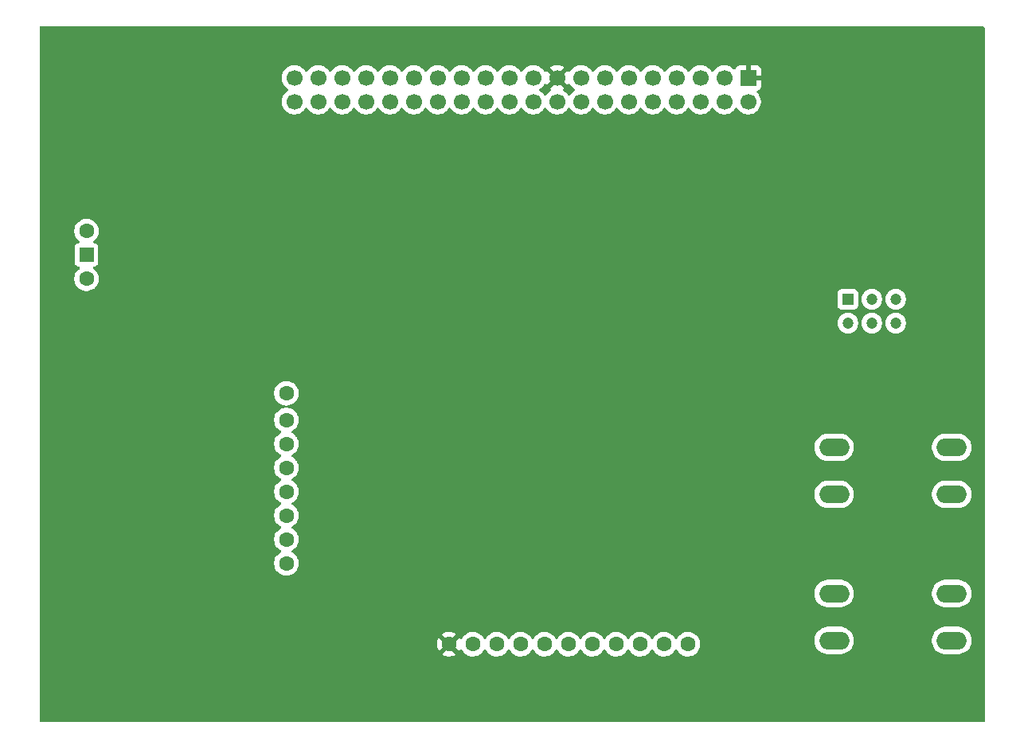
<source format=gtl>
G04 #@! TF.GenerationSoftware,KiCad,Pcbnew,9.0.1*
G04 #@! TF.CreationDate,2025-04-06T16:16:06+02:00*
G04 #@! TF.ProjectId,camera_base,63616d65-7261-45f6-9261-73652e6b6963,rev?*
G04 #@! TF.SameCoordinates,Original*
G04 #@! TF.FileFunction,Copper,L1,Top*
G04 #@! TF.FilePolarity,Positive*
%FSLAX46Y46*%
G04 Gerber Fmt 4.6, Leading zero omitted, Abs format (unit mm)*
G04 Created by KiCad (PCBNEW 9.0.1) date 2025-04-06 16:16:06*
%MOMM*%
%LPD*%
G01*
G04 APERTURE LIST*
G04 #@! TA.AperFunction,ComponentPad*
%ADD10C,1.600000*%
G04 #@! TD*
G04 #@! TA.AperFunction,ComponentPad*
%ADD11C,1.700000*%
G04 #@! TD*
G04 #@! TA.AperFunction,ComponentPad*
%ADD12R,1.700000X1.700000*%
G04 #@! TD*
G04 #@! TA.AperFunction,ComponentPad*
%ADD13R,1.200000X1.200000*%
G04 #@! TD*
G04 #@! TA.AperFunction,ComponentPad*
%ADD14C,1.200000*%
G04 #@! TD*
G04 #@! TA.AperFunction,ComponentPad*
%ADD15O,3.200000X1.900000*%
G04 #@! TD*
G04 #@! TA.AperFunction,ComponentPad*
%ADD16R,1.500000X1.500000*%
G04 #@! TD*
G04 APERTURE END LIST*
D10*
X124700000Y-170200000D03*
X122160000Y-170200000D03*
X119620000Y-170200000D03*
X117080000Y-170200000D03*
X114540000Y-170200000D03*
X112000000Y-170200000D03*
X109460000Y-170200000D03*
X106920000Y-170200000D03*
X104380000Y-170200000D03*
X101840000Y-170200000D03*
X99300000Y-170200000D03*
D11*
X82860000Y-112500000D03*
X82860000Y-109960000D03*
X85400000Y-112500000D03*
X85400000Y-109960000D03*
X87940000Y-112500000D03*
X87940000Y-109960000D03*
X90480000Y-112500000D03*
X90480000Y-109960000D03*
X93020000Y-112500000D03*
X93020000Y-109960000D03*
X95560000Y-112500000D03*
X95560000Y-109960000D03*
X98100000Y-112500000D03*
X98100000Y-109960000D03*
X100640000Y-112500000D03*
X100640000Y-109960000D03*
X103180000Y-112500000D03*
X103180000Y-109960000D03*
X105720000Y-112500000D03*
X105720000Y-109960000D03*
X108260000Y-112500000D03*
X108260000Y-109960000D03*
X110800000Y-112500000D03*
X110800000Y-109960000D03*
X113340000Y-112500000D03*
X113340000Y-109960000D03*
X115880000Y-112500000D03*
X115880000Y-109960000D03*
X118420000Y-112500000D03*
X118420000Y-109960000D03*
X120960000Y-112500000D03*
X120960000Y-109960000D03*
X123500000Y-112500000D03*
X123500000Y-109960000D03*
X126040000Y-112500000D03*
X126040000Y-109960000D03*
X128580000Y-112500000D03*
X128580000Y-109960000D03*
X131120000Y-112500000D03*
D12*
X131120000Y-109960000D03*
D13*
X141710000Y-133500000D03*
D14*
X144250000Y-133500000D03*
X146790000Y-133500000D03*
X141710000Y-136040000D03*
X144250000Y-136040000D03*
X146790000Y-136040000D03*
D15*
X140250000Y-164800000D03*
X152750000Y-164800000D03*
X140250000Y-169800000D03*
X152750000Y-169800000D03*
D16*
X60750000Y-128790000D03*
D10*
X60750000Y-131330000D03*
X60750000Y-126250000D03*
X82000000Y-143500000D03*
X82000000Y-146340000D03*
X82000000Y-148880000D03*
X82000000Y-151420000D03*
X82000000Y-153960000D03*
X82000000Y-156500000D03*
X82000000Y-159040000D03*
X82000000Y-161580000D03*
D15*
X140250000Y-149250000D03*
X152750000Y-149250000D03*
X140250000Y-154250000D03*
X152750000Y-154250000D03*
G04 #@! TA.AperFunction,Conductor*
G36*
X110334075Y-110152993D02*
G01*
X110399901Y-110267007D01*
X110492993Y-110360099D01*
X110607007Y-110425925D01*
X110670590Y-110442962D01*
X110038282Y-111075269D01*
X110038282Y-111075270D01*
X110092452Y-111114626D01*
X110092451Y-111114626D01*
X110101495Y-111119234D01*
X110152292Y-111167208D01*
X110169087Y-111235029D01*
X110146550Y-111301164D01*
X110101499Y-111340202D01*
X110092182Y-111344949D01*
X109920213Y-111469890D01*
X109769890Y-111620213D01*
X109644949Y-111792182D01*
X109640484Y-111800946D01*
X109592509Y-111851742D01*
X109524688Y-111868536D01*
X109458553Y-111845998D01*
X109419516Y-111800946D01*
X109415050Y-111792182D01*
X109290109Y-111620213D01*
X109139786Y-111469890D01*
X108967820Y-111344951D01*
X108967115Y-111344591D01*
X108959054Y-111340485D01*
X108908259Y-111292512D01*
X108891463Y-111224692D01*
X108913999Y-111158556D01*
X108959054Y-111119515D01*
X108967816Y-111115051D01*
X109054478Y-111052088D01*
X109139786Y-110990109D01*
X109139788Y-110990106D01*
X109139792Y-110990104D01*
X109290104Y-110839792D01*
X109290106Y-110839788D01*
X109290109Y-110839786D01*
X109375890Y-110721717D01*
X109415051Y-110667816D01*
X109419793Y-110658508D01*
X109467763Y-110607711D01*
X109535583Y-110590911D01*
X109601719Y-110613445D01*
X109640763Y-110658500D01*
X109645373Y-110667547D01*
X109684728Y-110721716D01*
X110317037Y-110089408D01*
X110334075Y-110152993D01*
G37*
G04 #@! TD.AperFunction*
G04 #@! TA.AperFunction,Conductor*
G36*
X111915270Y-110721717D02*
G01*
X111915270Y-110721716D01*
X111954622Y-110667555D01*
X111959232Y-110658507D01*
X112007205Y-110607709D01*
X112075025Y-110590912D01*
X112141161Y-110613447D01*
X112180204Y-110658504D01*
X112184949Y-110667817D01*
X112309890Y-110839786D01*
X112460213Y-110990109D01*
X112632182Y-111115050D01*
X112640946Y-111119516D01*
X112691742Y-111167491D01*
X112708536Y-111235312D01*
X112685998Y-111301447D01*
X112640946Y-111340484D01*
X112632182Y-111344949D01*
X112460213Y-111469890D01*
X112309890Y-111620213D01*
X112184949Y-111792182D01*
X112180484Y-111800946D01*
X112132509Y-111851742D01*
X112064688Y-111868536D01*
X111998553Y-111845998D01*
X111959516Y-111800946D01*
X111955050Y-111792182D01*
X111830109Y-111620213D01*
X111679786Y-111469890D01*
X111507817Y-111344949D01*
X111498504Y-111340204D01*
X111447707Y-111292230D01*
X111430912Y-111224409D01*
X111453449Y-111158274D01*
X111498507Y-111119232D01*
X111507555Y-111114622D01*
X111561716Y-111075270D01*
X111561717Y-111075270D01*
X110929408Y-110442962D01*
X110992993Y-110425925D01*
X111107007Y-110360099D01*
X111200099Y-110267007D01*
X111265925Y-110152993D01*
X111282962Y-110089409D01*
X111915270Y-110721717D01*
G37*
G04 #@! TD.AperFunction*
G04 #@! TA.AperFunction,Conductor*
G36*
X156192539Y-104520185D02*
G01*
X156238294Y-104572989D01*
X156249500Y-104624500D01*
X156249500Y-178375500D01*
X156229815Y-178442539D01*
X156177011Y-178488294D01*
X156125500Y-178499500D01*
X55874500Y-178499500D01*
X55807461Y-178479815D01*
X55761706Y-178427011D01*
X55750500Y-178375500D01*
X55750500Y-170097682D01*
X98000000Y-170097682D01*
X98000000Y-170302317D01*
X98032009Y-170504417D01*
X98095244Y-170699031D01*
X98188141Y-170881350D01*
X98188147Y-170881359D01*
X98220523Y-170925921D01*
X98220524Y-170925922D01*
X98817037Y-170329409D01*
X98834075Y-170392993D01*
X98899901Y-170507007D01*
X98992993Y-170600099D01*
X99107007Y-170665925D01*
X99170590Y-170682962D01*
X98574076Y-171279474D01*
X98618650Y-171311859D01*
X98800968Y-171404755D01*
X98995582Y-171467990D01*
X99197683Y-171500000D01*
X99402317Y-171500000D01*
X99604417Y-171467990D01*
X99799031Y-171404755D01*
X99981349Y-171311859D01*
X100025921Y-171279474D01*
X99429409Y-170682962D01*
X99492993Y-170665925D01*
X99607007Y-170600099D01*
X99700099Y-170507007D01*
X99765925Y-170392993D01*
X99782962Y-170329409D01*
X100379474Y-170925921D01*
X100411861Y-170881347D01*
X100411861Y-170881346D01*
X100459234Y-170788371D01*
X100507208Y-170737575D01*
X100575028Y-170720779D01*
X100641164Y-170743316D01*
X100680203Y-170788369D01*
X100727713Y-170881611D01*
X100848028Y-171047213D01*
X100992786Y-171191971D01*
X101113226Y-171279474D01*
X101158390Y-171312287D01*
X101274607Y-171371503D01*
X101340776Y-171405218D01*
X101340778Y-171405218D01*
X101340781Y-171405220D01*
X101445137Y-171439127D01*
X101535465Y-171468477D01*
X101636557Y-171484488D01*
X101737648Y-171500500D01*
X101737649Y-171500500D01*
X101942351Y-171500500D01*
X101942352Y-171500500D01*
X102144534Y-171468477D01*
X102339219Y-171405220D01*
X102521610Y-171312287D01*
X102614590Y-171244732D01*
X102687213Y-171191971D01*
X102687215Y-171191968D01*
X102687219Y-171191966D01*
X102831966Y-171047219D01*
X102831968Y-171047215D01*
X102831971Y-171047213D01*
X102952284Y-170881614D01*
X102952286Y-170881611D01*
X102952287Y-170881610D01*
X102999516Y-170788917D01*
X103047489Y-170738123D01*
X103115310Y-170721328D01*
X103181445Y-170743865D01*
X103220485Y-170788919D01*
X103267715Y-170881614D01*
X103388028Y-171047213D01*
X103532786Y-171191971D01*
X103653226Y-171279474D01*
X103698390Y-171312287D01*
X103814607Y-171371503D01*
X103880776Y-171405218D01*
X103880778Y-171405218D01*
X103880781Y-171405220D01*
X103985137Y-171439127D01*
X104075465Y-171468477D01*
X104176557Y-171484488D01*
X104277648Y-171500500D01*
X104277649Y-171500500D01*
X104482351Y-171500500D01*
X104482352Y-171500500D01*
X104684534Y-171468477D01*
X104879219Y-171405220D01*
X105061610Y-171312287D01*
X105154590Y-171244732D01*
X105227213Y-171191971D01*
X105227215Y-171191968D01*
X105227219Y-171191966D01*
X105371966Y-171047219D01*
X105371968Y-171047215D01*
X105371971Y-171047213D01*
X105492284Y-170881614D01*
X105492286Y-170881611D01*
X105492287Y-170881610D01*
X105539516Y-170788917D01*
X105587489Y-170738123D01*
X105655310Y-170721328D01*
X105721445Y-170743865D01*
X105760485Y-170788919D01*
X105807715Y-170881614D01*
X105928028Y-171047213D01*
X106072786Y-171191971D01*
X106193226Y-171279474D01*
X106238390Y-171312287D01*
X106354607Y-171371503D01*
X106420776Y-171405218D01*
X106420778Y-171405218D01*
X106420781Y-171405220D01*
X106525137Y-171439127D01*
X106615465Y-171468477D01*
X106716557Y-171484488D01*
X106817648Y-171500500D01*
X106817649Y-171500500D01*
X107022351Y-171500500D01*
X107022352Y-171500500D01*
X107224534Y-171468477D01*
X107419219Y-171405220D01*
X107601610Y-171312287D01*
X107694590Y-171244732D01*
X107767213Y-171191971D01*
X107767215Y-171191968D01*
X107767219Y-171191966D01*
X107911966Y-171047219D01*
X107911968Y-171047215D01*
X107911971Y-171047213D01*
X108032284Y-170881614D01*
X108032286Y-170881611D01*
X108032287Y-170881610D01*
X108079516Y-170788917D01*
X108127489Y-170738123D01*
X108195310Y-170721328D01*
X108261445Y-170743865D01*
X108300485Y-170788919D01*
X108347715Y-170881614D01*
X108468028Y-171047213D01*
X108612786Y-171191971D01*
X108733226Y-171279474D01*
X108778390Y-171312287D01*
X108894607Y-171371503D01*
X108960776Y-171405218D01*
X108960778Y-171405218D01*
X108960781Y-171405220D01*
X109065137Y-171439127D01*
X109155465Y-171468477D01*
X109256557Y-171484488D01*
X109357648Y-171500500D01*
X109357649Y-171500500D01*
X109562351Y-171500500D01*
X109562352Y-171500500D01*
X109764534Y-171468477D01*
X109959219Y-171405220D01*
X110141610Y-171312287D01*
X110234590Y-171244732D01*
X110307213Y-171191971D01*
X110307215Y-171191968D01*
X110307219Y-171191966D01*
X110451966Y-171047219D01*
X110451968Y-171047215D01*
X110451971Y-171047213D01*
X110572284Y-170881614D01*
X110572286Y-170881611D01*
X110572287Y-170881610D01*
X110619516Y-170788917D01*
X110667489Y-170738123D01*
X110735310Y-170721328D01*
X110801445Y-170743865D01*
X110840485Y-170788919D01*
X110887715Y-170881614D01*
X111008028Y-171047213D01*
X111152786Y-171191971D01*
X111273226Y-171279474D01*
X111318390Y-171312287D01*
X111434607Y-171371503D01*
X111500776Y-171405218D01*
X111500778Y-171405218D01*
X111500781Y-171405220D01*
X111605137Y-171439127D01*
X111695465Y-171468477D01*
X111796557Y-171484488D01*
X111897648Y-171500500D01*
X111897649Y-171500500D01*
X112102351Y-171500500D01*
X112102352Y-171500500D01*
X112304534Y-171468477D01*
X112499219Y-171405220D01*
X112681610Y-171312287D01*
X112774590Y-171244732D01*
X112847213Y-171191971D01*
X112847215Y-171191968D01*
X112847219Y-171191966D01*
X112991966Y-171047219D01*
X112991968Y-171047215D01*
X112991971Y-171047213D01*
X113112284Y-170881614D01*
X113112286Y-170881611D01*
X113112287Y-170881610D01*
X113159516Y-170788917D01*
X113207489Y-170738123D01*
X113275310Y-170721328D01*
X113341445Y-170743865D01*
X113380485Y-170788919D01*
X113427715Y-170881614D01*
X113548028Y-171047213D01*
X113692786Y-171191971D01*
X113813226Y-171279474D01*
X113858390Y-171312287D01*
X113974607Y-171371503D01*
X114040776Y-171405218D01*
X114040778Y-171405218D01*
X114040781Y-171405220D01*
X114145137Y-171439127D01*
X114235465Y-171468477D01*
X114336557Y-171484488D01*
X114437648Y-171500500D01*
X114437649Y-171500500D01*
X114642351Y-171500500D01*
X114642352Y-171500500D01*
X114844534Y-171468477D01*
X115039219Y-171405220D01*
X115221610Y-171312287D01*
X115314590Y-171244732D01*
X115387213Y-171191971D01*
X115387215Y-171191968D01*
X115387219Y-171191966D01*
X115531966Y-171047219D01*
X115531968Y-171047215D01*
X115531971Y-171047213D01*
X115652284Y-170881614D01*
X115652286Y-170881611D01*
X115652287Y-170881610D01*
X115699516Y-170788917D01*
X115747489Y-170738123D01*
X115815310Y-170721328D01*
X115881445Y-170743865D01*
X115920485Y-170788919D01*
X115967715Y-170881614D01*
X116088028Y-171047213D01*
X116232786Y-171191971D01*
X116353226Y-171279474D01*
X116398390Y-171312287D01*
X116514607Y-171371503D01*
X116580776Y-171405218D01*
X116580778Y-171405218D01*
X116580781Y-171405220D01*
X116685137Y-171439127D01*
X116775465Y-171468477D01*
X116876557Y-171484488D01*
X116977648Y-171500500D01*
X116977649Y-171500500D01*
X117182351Y-171500500D01*
X117182352Y-171500500D01*
X117384534Y-171468477D01*
X117579219Y-171405220D01*
X117761610Y-171312287D01*
X117854590Y-171244732D01*
X117927213Y-171191971D01*
X117927215Y-171191968D01*
X117927219Y-171191966D01*
X118071966Y-171047219D01*
X118071968Y-171047215D01*
X118071971Y-171047213D01*
X118192284Y-170881614D01*
X118192286Y-170881611D01*
X118192287Y-170881610D01*
X118239516Y-170788917D01*
X118287489Y-170738123D01*
X118355310Y-170721328D01*
X118421445Y-170743865D01*
X118460485Y-170788919D01*
X118507715Y-170881614D01*
X118628028Y-171047213D01*
X118772786Y-171191971D01*
X118893226Y-171279474D01*
X118938390Y-171312287D01*
X119054607Y-171371503D01*
X119120776Y-171405218D01*
X119120778Y-171405218D01*
X119120781Y-171405220D01*
X119225137Y-171439127D01*
X119315465Y-171468477D01*
X119416557Y-171484488D01*
X119517648Y-171500500D01*
X119517649Y-171500500D01*
X119722351Y-171500500D01*
X119722352Y-171500500D01*
X119924534Y-171468477D01*
X120119219Y-171405220D01*
X120301610Y-171312287D01*
X120394590Y-171244732D01*
X120467213Y-171191971D01*
X120467215Y-171191968D01*
X120467219Y-171191966D01*
X120611966Y-171047219D01*
X120611968Y-171047215D01*
X120611971Y-171047213D01*
X120732284Y-170881614D01*
X120732286Y-170881611D01*
X120732287Y-170881610D01*
X120779516Y-170788917D01*
X120827489Y-170738123D01*
X120895310Y-170721328D01*
X120961445Y-170743865D01*
X121000485Y-170788919D01*
X121047715Y-170881614D01*
X121168028Y-171047213D01*
X121312786Y-171191971D01*
X121433226Y-171279474D01*
X121478390Y-171312287D01*
X121594607Y-171371503D01*
X121660776Y-171405218D01*
X121660778Y-171405218D01*
X121660781Y-171405220D01*
X121765137Y-171439127D01*
X121855465Y-171468477D01*
X121956557Y-171484488D01*
X122057648Y-171500500D01*
X122057649Y-171500500D01*
X122262351Y-171500500D01*
X122262352Y-171500500D01*
X122464534Y-171468477D01*
X122659219Y-171405220D01*
X122841610Y-171312287D01*
X122934590Y-171244732D01*
X123007213Y-171191971D01*
X123007215Y-171191968D01*
X123007219Y-171191966D01*
X123151966Y-171047219D01*
X123151968Y-171047215D01*
X123151971Y-171047213D01*
X123272284Y-170881614D01*
X123272286Y-170881611D01*
X123272287Y-170881610D01*
X123319516Y-170788917D01*
X123367489Y-170738123D01*
X123435310Y-170721328D01*
X123501445Y-170743865D01*
X123540485Y-170788919D01*
X123587715Y-170881614D01*
X123708028Y-171047213D01*
X123852786Y-171191971D01*
X123973226Y-171279474D01*
X124018390Y-171312287D01*
X124134607Y-171371503D01*
X124200776Y-171405218D01*
X124200778Y-171405218D01*
X124200781Y-171405220D01*
X124305137Y-171439127D01*
X124395465Y-171468477D01*
X124496557Y-171484488D01*
X124597648Y-171500500D01*
X124597649Y-171500500D01*
X124802351Y-171500500D01*
X124802352Y-171500500D01*
X125004534Y-171468477D01*
X125199219Y-171405220D01*
X125381610Y-171312287D01*
X125474590Y-171244732D01*
X125547213Y-171191971D01*
X125547215Y-171191968D01*
X125547219Y-171191966D01*
X125691966Y-171047219D01*
X125691968Y-171047215D01*
X125691971Y-171047213D01*
X125744732Y-170974590D01*
X125812287Y-170881610D01*
X125905220Y-170699219D01*
X125968477Y-170504534D01*
X126000500Y-170302352D01*
X126000500Y-170097648D01*
X125971438Y-169914162D01*
X125968477Y-169895465D01*
X125937426Y-169799901D01*
X125905220Y-169700781D01*
X125897606Y-169685837D01*
X138149500Y-169685837D01*
X138149500Y-169914162D01*
X138185215Y-170139660D01*
X138255770Y-170356803D01*
X138356020Y-170553553D01*
X138359421Y-170560228D01*
X138493621Y-170744937D01*
X138655063Y-170906379D01*
X138839772Y-171040579D01*
X138935884Y-171089550D01*
X139043196Y-171144229D01*
X139043198Y-171144229D01*
X139043201Y-171144231D01*
X139159592Y-171182049D01*
X139260339Y-171214784D01*
X139485838Y-171250500D01*
X139485843Y-171250500D01*
X141014162Y-171250500D01*
X141239660Y-171214784D01*
X141456799Y-171144231D01*
X141660228Y-171040579D01*
X141844937Y-170906379D01*
X142006379Y-170744937D01*
X142140579Y-170560228D01*
X142244231Y-170356799D01*
X142314784Y-170139660D01*
X142321438Y-170097648D01*
X142350500Y-169914162D01*
X142350500Y-169685837D01*
X150649500Y-169685837D01*
X150649500Y-169914162D01*
X150685215Y-170139660D01*
X150755770Y-170356803D01*
X150856020Y-170553553D01*
X150859421Y-170560228D01*
X150993621Y-170744937D01*
X151155063Y-170906379D01*
X151339772Y-171040579D01*
X151435884Y-171089550D01*
X151543196Y-171144229D01*
X151543198Y-171144229D01*
X151543201Y-171144231D01*
X151659592Y-171182049D01*
X151760339Y-171214784D01*
X151985838Y-171250500D01*
X151985843Y-171250500D01*
X153514162Y-171250500D01*
X153739660Y-171214784D01*
X153956799Y-171144231D01*
X154160228Y-171040579D01*
X154344937Y-170906379D01*
X154506379Y-170744937D01*
X154640579Y-170560228D01*
X154744231Y-170356799D01*
X154814784Y-170139660D01*
X154821438Y-170097648D01*
X154850500Y-169914162D01*
X154850500Y-169685837D01*
X154814784Y-169460339D01*
X154744229Y-169243196D01*
X154640578Y-169039771D01*
X154562284Y-168932009D01*
X154506379Y-168855063D01*
X154344937Y-168693621D01*
X154160228Y-168559421D01*
X153956803Y-168455770D01*
X153739660Y-168385215D01*
X153514162Y-168349500D01*
X153514157Y-168349500D01*
X151985843Y-168349500D01*
X151985838Y-168349500D01*
X151760339Y-168385215D01*
X151543196Y-168455770D01*
X151339771Y-168559421D01*
X151155061Y-168693622D01*
X150993622Y-168855061D01*
X150859421Y-169039771D01*
X150755770Y-169243196D01*
X150685215Y-169460339D01*
X150649500Y-169685837D01*
X142350500Y-169685837D01*
X142314784Y-169460339D01*
X142244229Y-169243196D01*
X142140578Y-169039771D01*
X142062284Y-168932009D01*
X142006379Y-168855063D01*
X141844937Y-168693621D01*
X141660228Y-168559421D01*
X141456803Y-168455770D01*
X141239660Y-168385215D01*
X141014162Y-168349500D01*
X141014157Y-168349500D01*
X139485843Y-168349500D01*
X139485838Y-168349500D01*
X139260339Y-168385215D01*
X139043196Y-168455770D01*
X138839771Y-168559421D01*
X138655061Y-168693622D01*
X138493622Y-168855061D01*
X138359421Y-169039771D01*
X138255770Y-169243196D01*
X138185215Y-169460339D01*
X138149500Y-169685837D01*
X125897606Y-169685837D01*
X125812287Y-169518390D01*
X125780092Y-169474077D01*
X125691971Y-169352786D01*
X125547213Y-169208028D01*
X125381613Y-169087715D01*
X125381612Y-169087714D01*
X125381610Y-169087713D01*
X125287519Y-169039771D01*
X125199223Y-168994781D01*
X125004534Y-168931522D01*
X124829995Y-168903878D01*
X124802352Y-168899500D01*
X124597648Y-168899500D01*
X124573329Y-168903351D01*
X124395465Y-168931522D01*
X124200776Y-168994781D01*
X124018386Y-169087715D01*
X123852786Y-169208028D01*
X123708028Y-169352786D01*
X123587715Y-169518386D01*
X123540485Y-169611080D01*
X123492510Y-169661876D01*
X123424689Y-169678671D01*
X123358554Y-169656134D01*
X123319515Y-169611080D01*
X123272420Y-169518652D01*
X123272287Y-169518390D01*
X123240092Y-169474077D01*
X123151971Y-169352786D01*
X123007213Y-169208028D01*
X122841613Y-169087715D01*
X122841612Y-169087714D01*
X122841610Y-169087713D01*
X122747519Y-169039771D01*
X122659223Y-168994781D01*
X122464534Y-168931522D01*
X122289995Y-168903878D01*
X122262352Y-168899500D01*
X122057648Y-168899500D01*
X122033329Y-168903351D01*
X121855465Y-168931522D01*
X121660776Y-168994781D01*
X121478386Y-169087715D01*
X121312786Y-169208028D01*
X121168028Y-169352786D01*
X121047715Y-169518386D01*
X121000485Y-169611080D01*
X120952510Y-169661876D01*
X120884689Y-169678671D01*
X120818554Y-169656134D01*
X120779515Y-169611080D01*
X120732420Y-169518652D01*
X120732287Y-169518390D01*
X120700092Y-169474077D01*
X120611971Y-169352786D01*
X120467213Y-169208028D01*
X120301613Y-169087715D01*
X120301612Y-169087714D01*
X120301610Y-169087713D01*
X120207519Y-169039771D01*
X120119223Y-168994781D01*
X119924534Y-168931522D01*
X119749995Y-168903878D01*
X119722352Y-168899500D01*
X119517648Y-168899500D01*
X119493329Y-168903351D01*
X119315465Y-168931522D01*
X119120776Y-168994781D01*
X118938386Y-169087715D01*
X118772786Y-169208028D01*
X118628028Y-169352786D01*
X118507715Y-169518386D01*
X118460485Y-169611080D01*
X118412510Y-169661876D01*
X118344689Y-169678671D01*
X118278554Y-169656134D01*
X118239515Y-169611080D01*
X118192420Y-169518652D01*
X118192287Y-169518390D01*
X118160092Y-169474077D01*
X118071971Y-169352786D01*
X117927213Y-169208028D01*
X117761613Y-169087715D01*
X117761612Y-169087714D01*
X117761610Y-169087713D01*
X117667519Y-169039771D01*
X117579223Y-168994781D01*
X117384534Y-168931522D01*
X117209995Y-168903878D01*
X117182352Y-168899500D01*
X116977648Y-168899500D01*
X116953329Y-168903351D01*
X116775465Y-168931522D01*
X116580776Y-168994781D01*
X116398386Y-169087715D01*
X116232786Y-169208028D01*
X116088028Y-169352786D01*
X115967715Y-169518386D01*
X115920485Y-169611080D01*
X115872510Y-169661876D01*
X115804689Y-169678671D01*
X115738554Y-169656134D01*
X115699515Y-169611080D01*
X115652420Y-169518652D01*
X115652287Y-169518390D01*
X115620092Y-169474077D01*
X115531971Y-169352786D01*
X115387213Y-169208028D01*
X115221613Y-169087715D01*
X115221612Y-169087714D01*
X115221610Y-169087713D01*
X115127519Y-169039771D01*
X115039223Y-168994781D01*
X114844534Y-168931522D01*
X114669995Y-168903878D01*
X114642352Y-168899500D01*
X114437648Y-168899500D01*
X114413329Y-168903351D01*
X114235465Y-168931522D01*
X114040776Y-168994781D01*
X113858386Y-169087715D01*
X113692786Y-169208028D01*
X113548028Y-169352786D01*
X113427715Y-169518386D01*
X113380485Y-169611080D01*
X113332510Y-169661876D01*
X113264689Y-169678671D01*
X113198554Y-169656134D01*
X113159515Y-169611080D01*
X113112420Y-169518652D01*
X113112287Y-169518390D01*
X113080092Y-169474077D01*
X112991971Y-169352786D01*
X112847213Y-169208028D01*
X112681613Y-169087715D01*
X112681612Y-169087714D01*
X112681610Y-169087713D01*
X112587519Y-169039771D01*
X112499223Y-168994781D01*
X112304534Y-168931522D01*
X112129995Y-168903878D01*
X112102352Y-168899500D01*
X111897648Y-168899500D01*
X111873329Y-168903351D01*
X111695465Y-168931522D01*
X111500776Y-168994781D01*
X111318386Y-169087715D01*
X111152786Y-169208028D01*
X111008028Y-169352786D01*
X110887715Y-169518386D01*
X110840485Y-169611080D01*
X110792510Y-169661876D01*
X110724689Y-169678671D01*
X110658554Y-169656134D01*
X110619515Y-169611080D01*
X110572420Y-169518652D01*
X110572287Y-169518390D01*
X110540092Y-169474077D01*
X110451971Y-169352786D01*
X110307213Y-169208028D01*
X110141613Y-169087715D01*
X110141612Y-169087714D01*
X110141610Y-169087713D01*
X110047519Y-169039771D01*
X109959223Y-168994781D01*
X109764534Y-168931522D01*
X109589995Y-168903878D01*
X109562352Y-168899500D01*
X109357648Y-168899500D01*
X109333329Y-168903351D01*
X109155465Y-168931522D01*
X108960776Y-168994781D01*
X108778386Y-169087715D01*
X108612786Y-169208028D01*
X108468028Y-169352786D01*
X108347715Y-169518386D01*
X108300485Y-169611080D01*
X108252510Y-169661876D01*
X108184689Y-169678671D01*
X108118554Y-169656134D01*
X108079515Y-169611080D01*
X108032420Y-169518652D01*
X108032287Y-169518390D01*
X108000092Y-169474077D01*
X107911971Y-169352786D01*
X107767213Y-169208028D01*
X107601613Y-169087715D01*
X107601612Y-169087714D01*
X107601610Y-169087713D01*
X107507519Y-169039771D01*
X107419223Y-168994781D01*
X107224534Y-168931522D01*
X107049995Y-168903878D01*
X107022352Y-168899500D01*
X106817648Y-168899500D01*
X106793329Y-168903351D01*
X106615465Y-168931522D01*
X106420776Y-168994781D01*
X106238386Y-169087715D01*
X106072786Y-169208028D01*
X105928028Y-169352786D01*
X105807715Y-169518386D01*
X105760485Y-169611080D01*
X105712510Y-169661876D01*
X105644689Y-169678671D01*
X105578554Y-169656134D01*
X105539515Y-169611080D01*
X105492420Y-169518652D01*
X105492287Y-169518390D01*
X105460092Y-169474077D01*
X105371971Y-169352786D01*
X105227213Y-169208028D01*
X105061613Y-169087715D01*
X105061612Y-169087714D01*
X105061610Y-169087713D01*
X104967519Y-169039771D01*
X104879223Y-168994781D01*
X104684534Y-168931522D01*
X104509995Y-168903878D01*
X104482352Y-168899500D01*
X104277648Y-168899500D01*
X104253329Y-168903351D01*
X104075465Y-168931522D01*
X103880776Y-168994781D01*
X103698386Y-169087715D01*
X103532786Y-169208028D01*
X103388028Y-169352786D01*
X103267715Y-169518386D01*
X103220485Y-169611080D01*
X103172510Y-169661876D01*
X103104689Y-169678671D01*
X103038554Y-169656134D01*
X102999515Y-169611080D01*
X102952420Y-169518652D01*
X102952287Y-169518390D01*
X102920092Y-169474077D01*
X102831971Y-169352786D01*
X102687213Y-169208028D01*
X102521613Y-169087715D01*
X102521612Y-169087714D01*
X102521610Y-169087713D01*
X102427519Y-169039771D01*
X102339223Y-168994781D01*
X102144534Y-168931522D01*
X101969995Y-168903878D01*
X101942352Y-168899500D01*
X101737648Y-168899500D01*
X101713329Y-168903351D01*
X101535465Y-168931522D01*
X101340776Y-168994781D01*
X101158386Y-169087715D01*
X100992786Y-169208028D01*
X100848028Y-169352786D01*
X100727713Y-169518388D01*
X100680203Y-169611630D01*
X100632228Y-169662426D01*
X100564407Y-169679220D01*
X100498272Y-169656682D01*
X100459234Y-169611628D01*
X100411861Y-169518652D01*
X100379474Y-169474077D01*
X100379474Y-169474076D01*
X99782962Y-170070589D01*
X99765925Y-170007007D01*
X99700099Y-169892993D01*
X99607007Y-169799901D01*
X99492993Y-169734075D01*
X99429408Y-169717037D01*
X100025922Y-169120524D01*
X100025921Y-169120523D01*
X99981359Y-169088147D01*
X99981350Y-169088141D01*
X99799031Y-168995244D01*
X99604417Y-168932009D01*
X99402317Y-168900000D01*
X99197683Y-168900000D01*
X98995582Y-168932009D01*
X98800968Y-168995244D01*
X98618644Y-169088143D01*
X98574077Y-169120523D01*
X98574077Y-169120524D01*
X99170591Y-169717037D01*
X99107007Y-169734075D01*
X98992993Y-169799901D01*
X98899901Y-169892993D01*
X98834075Y-170007007D01*
X98817037Y-170070590D01*
X98220524Y-169474077D01*
X98220523Y-169474077D01*
X98188143Y-169518644D01*
X98095244Y-169700968D01*
X98032009Y-169895582D01*
X98000000Y-170097682D01*
X55750500Y-170097682D01*
X55750500Y-164685837D01*
X138149500Y-164685837D01*
X138149500Y-164914162D01*
X138185215Y-165139660D01*
X138255770Y-165356803D01*
X138359421Y-165560228D01*
X138493621Y-165744937D01*
X138655063Y-165906379D01*
X138839772Y-166040579D01*
X138935884Y-166089550D01*
X139043196Y-166144229D01*
X139043198Y-166144229D01*
X139043201Y-166144231D01*
X139159592Y-166182049D01*
X139260339Y-166214784D01*
X139485838Y-166250500D01*
X139485843Y-166250500D01*
X141014162Y-166250500D01*
X141239660Y-166214784D01*
X141456799Y-166144231D01*
X141660228Y-166040579D01*
X141844937Y-165906379D01*
X142006379Y-165744937D01*
X142140579Y-165560228D01*
X142244231Y-165356799D01*
X142314784Y-165139660D01*
X142350500Y-164914162D01*
X142350500Y-164685837D01*
X150649500Y-164685837D01*
X150649500Y-164914162D01*
X150685215Y-165139660D01*
X150755770Y-165356803D01*
X150859421Y-165560228D01*
X150993621Y-165744937D01*
X151155063Y-165906379D01*
X151339772Y-166040579D01*
X151435884Y-166089550D01*
X151543196Y-166144229D01*
X151543198Y-166144229D01*
X151543201Y-166144231D01*
X151659592Y-166182049D01*
X151760339Y-166214784D01*
X151985838Y-166250500D01*
X151985843Y-166250500D01*
X153514162Y-166250500D01*
X153739660Y-166214784D01*
X153956799Y-166144231D01*
X154160228Y-166040579D01*
X154344937Y-165906379D01*
X154506379Y-165744937D01*
X154640579Y-165560228D01*
X154744231Y-165356799D01*
X154814784Y-165139660D01*
X154850500Y-164914162D01*
X154850500Y-164685837D01*
X154814784Y-164460339D01*
X154744229Y-164243196D01*
X154640578Y-164039771D01*
X154506379Y-163855063D01*
X154344937Y-163693621D01*
X154160228Y-163559421D01*
X153956803Y-163455770D01*
X153739660Y-163385215D01*
X153514162Y-163349500D01*
X153514157Y-163349500D01*
X151985843Y-163349500D01*
X151985838Y-163349500D01*
X151760339Y-163385215D01*
X151543196Y-163455770D01*
X151339771Y-163559421D01*
X151155061Y-163693622D01*
X150993622Y-163855061D01*
X150859421Y-164039771D01*
X150755770Y-164243196D01*
X150685215Y-164460339D01*
X150649500Y-164685837D01*
X142350500Y-164685837D01*
X142314784Y-164460339D01*
X142244229Y-164243196D01*
X142140578Y-164039771D01*
X142006379Y-163855063D01*
X141844937Y-163693621D01*
X141660228Y-163559421D01*
X141456803Y-163455770D01*
X141239660Y-163385215D01*
X141014162Y-163349500D01*
X141014157Y-163349500D01*
X139485843Y-163349500D01*
X139485838Y-163349500D01*
X139260339Y-163385215D01*
X139043196Y-163455770D01*
X138839771Y-163559421D01*
X138655061Y-163693622D01*
X138493622Y-163855061D01*
X138359421Y-164039771D01*
X138255770Y-164243196D01*
X138185215Y-164460339D01*
X138149500Y-164685837D01*
X55750500Y-164685837D01*
X55750500Y-143397648D01*
X80699500Y-143397648D01*
X80699500Y-143602351D01*
X80731522Y-143804534D01*
X80794781Y-143999223D01*
X80887715Y-144181613D01*
X81008028Y-144347213D01*
X81152786Y-144491971D01*
X81307749Y-144604556D01*
X81318390Y-144612287D01*
X81434607Y-144671503D01*
X81500776Y-144705218D01*
X81500778Y-144705218D01*
X81500781Y-144705220D01*
X81605137Y-144739127D01*
X81695465Y-144768477D01*
X81878878Y-144797527D01*
X81942013Y-144827456D01*
X81978944Y-144886768D01*
X81977946Y-144956630D01*
X81939336Y-145014863D01*
X81878878Y-145042473D01*
X81695465Y-145071522D01*
X81500776Y-145134781D01*
X81318386Y-145227715D01*
X81152786Y-145348028D01*
X81008028Y-145492786D01*
X80887715Y-145658386D01*
X80794781Y-145840776D01*
X80731522Y-146035465D01*
X80699500Y-146237648D01*
X80699500Y-146442351D01*
X80731522Y-146644534D01*
X80794781Y-146839223D01*
X80887715Y-147021613D01*
X81008028Y-147187213D01*
X81152786Y-147331971D01*
X81307749Y-147444556D01*
X81318390Y-147452287D01*
X81409840Y-147498883D01*
X81411080Y-147499515D01*
X81461876Y-147547490D01*
X81478671Y-147615311D01*
X81456134Y-147681446D01*
X81411080Y-147720485D01*
X81318386Y-147767715D01*
X81152786Y-147888028D01*
X81008028Y-148032786D01*
X80887715Y-148198386D01*
X80794781Y-148380776D01*
X80731522Y-148575465D01*
X80699500Y-148777648D01*
X80699500Y-148982351D01*
X80731522Y-149184534D01*
X80794781Y-149379223D01*
X80887715Y-149561613D01*
X81008028Y-149727213D01*
X81152786Y-149871971D01*
X81307749Y-149984556D01*
X81318390Y-149992287D01*
X81409840Y-150038883D01*
X81411080Y-150039515D01*
X81461876Y-150087490D01*
X81478671Y-150155311D01*
X81456134Y-150221446D01*
X81411080Y-150260485D01*
X81318386Y-150307715D01*
X81152786Y-150428028D01*
X81008028Y-150572786D01*
X80887715Y-150738386D01*
X80794781Y-150920776D01*
X80731522Y-151115465D01*
X80699500Y-151317648D01*
X80699500Y-151522351D01*
X80731522Y-151724534D01*
X80794781Y-151919223D01*
X80887715Y-152101613D01*
X81008028Y-152267213D01*
X81152786Y-152411971D01*
X81307749Y-152524556D01*
X81318390Y-152532287D01*
X81409840Y-152578883D01*
X81411080Y-152579515D01*
X81461876Y-152627490D01*
X81478671Y-152695311D01*
X81456134Y-152761446D01*
X81411080Y-152800485D01*
X81318386Y-152847715D01*
X81152786Y-152968028D01*
X81008028Y-153112786D01*
X80887715Y-153278386D01*
X80794781Y-153460776D01*
X80731522Y-153655465D01*
X80699500Y-153857648D01*
X80699500Y-154062351D01*
X80731522Y-154264534D01*
X80794781Y-154459223D01*
X80887715Y-154641613D01*
X81008028Y-154807213D01*
X81152786Y-154951971D01*
X81232972Y-155010228D01*
X81318390Y-155072287D01*
X81409840Y-155118883D01*
X81411080Y-155119515D01*
X81461876Y-155167490D01*
X81478671Y-155235311D01*
X81456134Y-155301446D01*
X81411080Y-155340485D01*
X81318386Y-155387715D01*
X81152786Y-155508028D01*
X81008028Y-155652786D01*
X80887715Y-155818386D01*
X80794781Y-156000776D01*
X80731522Y-156195465D01*
X80699500Y-156397648D01*
X80699500Y-156602351D01*
X80731522Y-156804534D01*
X80794781Y-156999223D01*
X80887715Y-157181613D01*
X81008028Y-157347213D01*
X81152786Y-157491971D01*
X81307749Y-157604556D01*
X81318390Y-157612287D01*
X81409840Y-157658883D01*
X81411080Y-157659515D01*
X81461876Y-157707490D01*
X81478671Y-157775311D01*
X81456134Y-157841446D01*
X81411080Y-157880485D01*
X81318386Y-157927715D01*
X81152786Y-158048028D01*
X81008028Y-158192786D01*
X80887715Y-158358386D01*
X80794781Y-158540776D01*
X80731522Y-158735465D01*
X80699500Y-158937648D01*
X80699500Y-159142351D01*
X80731522Y-159344534D01*
X80794781Y-159539223D01*
X80887715Y-159721613D01*
X81008028Y-159887213D01*
X81152786Y-160031971D01*
X81307749Y-160144556D01*
X81318390Y-160152287D01*
X81409840Y-160198883D01*
X81411080Y-160199515D01*
X81461876Y-160247490D01*
X81478671Y-160315311D01*
X81456134Y-160381446D01*
X81411080Y-160420485D01*
X81318386Y-160467715D01*
X81152786Y-160588028D01*
X81008028Y-160732786D01*
X80887715Y-160898386D01*
X80794781Y-161080776D01*
X80731522Y-161275465D01*
X80699500Y-161477648D01*
X80699500Y-161682351D01*
X80731522Y-161884534D01*
X80794781Y-162079223D01*
X80887715Y-162261613D01*
X81008028Y-162427213D01*
X81152786Y-162571971D01*
X81307749Y-162684556D01*
X81318390Y-162692287D01*
X81434607Y-162751503D01*
X81500776Y-162785218D01*
X81500778Y-162785218D01*
X81500781Y-162785220D01*
X81605137Y-162819127D01*
X81695465Y-162848477D01*
X81796557Y-162864488D01*
X81897648Y-162880500D01*
X81897649Y-162880500D01*
X82102351Y-162880500D01*
X82102352Y-162880500D01*
X82304534Y-162848477D01*
X82499219Y-162785220D01*
X82681610Y-162692287D01*
X82774590Y-162624732D01*
X82847213Y-162571971D01*
X82847215Y-162571968D01*
X82847219Y-162571966D01*
X82991966Y-162427219D01*
X82991968Y-162427215D01*
X82991971Y-162427213D01*
X83044732Y-162354590D01*
X83112287Y-162261610D01*
X83205220Y-162079219D01*
X83268477Y-161884534D01*
X83300500Y-161682352D01*
X83300500Y-161477648D01*
X83268477Y-161275466D01*
X83205220Y-161080781D01*
X83205218Y-161080778D01*
X83205218Y-161080776D01*
X83171503Y-161014607D01*
X83112287Y-160898390D01*
X83104556Y-160887749D01*
X82991971Y-160732786D01*
X82847213Y-160588028D01*
X82681614Y-160467715D01*
X82675006Y-160464348D01*
X82588917Y-160420483D01*
X82538123Y-160372511D01*
X82521328Y-160304690D01*
X82543865Y-160238555D01*
X82588917Y-160199516D01*
X82681610Y-160152287D01*
X82702770Y-160136913D01*
X82847213Y-160031971D01*
X82847215Y-160031968D01*
X82847219Y-160031966D01*
X82991966Y-159887219D01*
X82991968Y-159887215D01*
X82991971Y-159887213D01*
X83044732Y-159814590D01*
X83112287Y-159721610D01*
X83205220Y-159539219D01*
X83268477Y-159344534D01*
X83300500Y-159142352D01*
X83300500Y-158937648D01*
X83268477Y-158735466D01*
X83205220Y-158540781D01*
X83205218Y-158540778D01*
X83205218Y-158540776D01*
X83171503Y-158474607D01*
X83112287Y-158358390D01*
X83104556Y-158347749D01*
X82991971Y-158192786D01*
X82847213Y-158048028D01*
X82681614Y-157927715D01*
X82675006Y-157924348D01*
X82588917Y-157880483D01*
X82538123Y-157832511D01*
X82521328Y-157764690D01*
X82543865Y-157698555D01*
X82588917Y-157659516D01*
X82681610Y-157612287D01*
X82702770Y-157596913D01*
X82847213Y-157491971D01*
X82847215Y-157491968D01*
X82847219Y-157491966D01*
X82991966Y-157347219D01*
X82991968Y-157347215D01*
X82991971Y-157347213D01*
X83044732Y-157274590D01*
X83112287Y-157181610D01*
X83205220Y-156999219D01*
X83268477Y-156804534D01*
X83300500Y-156602352D01*
X83300500Y-156397648D01*
X83268477Y-156195466D01*
X83205220Y-156000781D01*
X83205218Y-156000778D01*
X83205218Y-156000776D01*
X83171503Y-155934607D01*
X83112287Y-155818390D01*
X83104556Y-155807749D01*
X82991971Y-155652786D01*
X82847213Y-155508028D01*
X82681614Y-155387715D01*
X82675006Y-155384348D01*
X82588917Y-155340483D01*
X82538123Y-155292511D01*
X82521328Y-155224690D01*
X82543865Y-155158555D01*
X82588917Y-155119516D01*
X82681610Y-155072287D01*
X82767028Y-155010228D01*
X82847213Y-154951971D01*
X82847215Y-154951968D01*
X82847219Y-154951966D01*
X82991966Y-154807219D01*
X82991968Y-154807215D01*
X82991971Y-154807213D01*
X83044732Y-154734590D01*
X83112287Y-154641610D01*
X83205220Y-154459219D01*
X83268477Y-154264534D01*
X83288861Y-154135837D01*
X138149500Y-154135837D01*
X138149500Y-154364162D01*
X138185215Y-154589660D01*
X138255770Y-154806803D01*
X138359421Y-155010228D01*
X138493621Y-155194937D01*
X138655063Y-155356379D01*
X138839772Y-155490579D01*
X138935884Y-155539550D01*
X139043196Y-155594229D01*
X139043198Y-155594229D01*
X139043201Y-155594231D01*
X139159592Y-155632049D01*
X139260339Y-155664784D01*
X139485838Y-155700500D01*
X139485843Y-155700500D01*
X141014162Y-155700500D01*
X141239660Y-155664784D01*
X141276601Y-155652781D01*
X141456799Y-155594231D01*
X141660228Y-155490579D01*
X141844937Y-155356379D01*
X142006379Y-155194937D01*
X142140579Y-155010228D01*
X142244231Y-154806799D01*
X142314784Y-154589660D01*
X142350500Y-154364162D01*
X142350500Y-154135837D01*
X150649500Y-154135837D01*
X150649500Y-154364162D01*
X150685215Y-154589660D01*
X150755770Y-154806803D01*
X150859421Y-155010228D01*
X150993621Y-155194937D01*
X151155063Y-155356379D01*
X151339772Y-155490579D01*
X151435884Y-155539550D01*
X151543196Y-155594229D01*
X151543198Y-155594229D01*
X151543201Y-155594231D01*
X151659592Y-155632049D01*
X151760339Y-155664784D01*
X151985838Y-155700500D01*
X151985843Y-155700500D01*
X153514162Y-155700500D01*
X153739660Y-155664784D01*
X153776601Y-155652781D01*
X153956799Y-155594231D01*
X154160228Y-155490579D01*
X154344937Y-155356379D01*
X154506379Y-155194937D01*
X154640579Y-155010228D01*
X154744231Y-154806799D01*
X154814784Y-154589660D01*
X154850500Y-154364162D01*
X154850500Y-154135837D01*
X154814784Y-153910339D01*
X154744229Y-153693196D01*
X154640578Y-153489771D01*
X154506379Y-153305063D01*
X154344937Y-153143621D01*
X154160228Y-153009421D01*
X153956803Y-152905770D01*
X153739660Y-152835215D01*
X153514162Y-152799500D01*
X153514157Y-152799500D01*
X151985843Y-152799500D01*
X151985838Y-152799500D01*
X151760339Y-152835215D01*
X151543196Y-152905770D01*
X151339771Y-153009421D01*
X151155061Y-153143622D01*
X150993622Y-153305061D01*
X150859421Y-153489771D01*
X150755770Y-153693196D01*
X150685215Y-153910339D01*
X150649500Y-154135837D01*
X142350500Y-154135837D01*
X142314784Y-153910339D01*
X142244229Y-153693196D01*
X142140578Y-153489771D01*
X142006379Y-153305063D01*
X141844937Y-153143621D01*
X141660228Y-153009421D01*
X141456803Y-152905770D01*
X141239660Y-152835215D01*
X141014162Y-152799500D01*
X141014157Y-152799500D01*
X139485843Y-152799500D01*
X139485838Y-152799500D01*
X139260339Y-152835215D01*
X139043196Y-152905770D01*
X138839771Y-153009421D01*
X138655061Y-153143622D01*
X138493622Y-153305061D01*
X138359421Y-153489771D01*
X138255770Y-153693196D01*
X138185215Y-153910339D01*
X138149500Y-154135837D01*
X83288861Y-154135837D01*
X83300500Y-154062352D01*
X83300500Y-153857648D01*
X83268477Y-153655466D01*
X83205220Y-153460781D01*
X83205218Y-153460778D01*
X83205218Y-153460776D01*
X83171503Y-153394607D01*
X83112287Y-153278390D01*
X83104556Y-153267749D01*
X82991971Y-153112786D01*
X82847213Y-152968028D01*
X82681614Y-152847715D01*
X82657081Y-152835215D01*
X82588917Y-152800483D01*
X82538123Y-152752511D01*
X82521328Y-152684690D01*
X82543865Y-152618555D01*
X82588917Y-152579516D01*
X82681610Y-152532287D01*
X82702770Y-152516913D01*
X82847213Y-152411971D01*
X82847215Y-152411968D01*
X82847219Y-152411966D01*
X82991966Y-152267219D01*
X82991968Y-152267215D01*
X82991971Y-152267213D01*
X83044732Y-152194590D01*
X83112287Y-152101610D01*
X83205220Y-151919219D01*
X83268477Y-151724534D01*
X83300500Y-151522352D01*
X83300500Y-151317648D01*
X83268477Y-151115466D01*
X83205220Y-150920781D01*
X83205218Y-150920778D01*
X83205218Y-150920776D01*
X83171503Y-150854607D01*
X83112287Y-150738390D01*
X83058810Y-150664784D01*
X82991971Y-150572786D01*
X82847213Y-150428028D01*
X82681614Y-150307715D01*
X82675006Y-150304348D01*
X82588917Y-150260483D01*
X82538123Y-150212511D01*
X82521328Y-150144690D01*
X82543865Y-150078555D01*
X82588917Y-150039516D01*
X82681610Y-149992287D01*
X82702770Y-149976913D01*
X82847213Y-149871971D01*
X82847215Y-149871968D01*
X82847219Y-149871966D01*
X82991966Y-149727219D01*
X82991968Y-149727215D01*
X82991971Y-149727213D01*
X83044732Y-149654590D01*
X83112287Y-149561610D01*
X83205220Y-149379219D01*
X83268477Y-149184534D01*
X83276190Y-149135837D01*
X138149500Y-149135837D01*
X138149500Y-149364162D01*
X138185215Y-149589660D01*
X138255770Y-149806803D01*
X138350278Y-149992284D01*
X138359421Y-150010228D01*
X138493621Y-150194937D01*
X138655063Y-150356379D01*
X138839772Y-150490579D01*
X138935884Y-150539550D01*
X139043196Y-150594229D01*
X139043198Y-150594229D01*
X139043201Y-150594231D01*
X139159592Y-150632049D01*
X139260339Y-150664784D01*
X139485838Y-150700500D01*
X139485843Y-150700500D01*
X141014162Y-150700500D01*
X141239660Y-150664784D01*
X141456799Y-150594231D01*
X141660228Y-150490579D01*
X141844937Y-150356379D01*
X142006379Y-150194937D01*
X142140579Y-150010228D01*
X142244231Y-149806799D01*
X142314784Y-149589660D01*
X142319227Y-149561610D01*
X142350500Y-149364162D01*
X142350500Y-149135837D01*
X150649500Y-149135837D01*
X150649500Y-149364162D01*
X150685215Y-149589660D01*
X150755770Y-149806803D01*
X150850278Y-149992284D01*
X150859421Y-150010228D01*
X150993621Y-150194937D01*
X151155063Y-150356379D01*
X151339772Y-150490579D01*
X151435884Y-150539550D01*
X151543196Y-150594229D01*
X151543198Y-150594229D01*
X151543201Y-150594231D01*
X151659592Y-150632049D01*
X151760339Y-150664784D01*
X151985838Y-150700500D01*
X151985843Y-150700500D01*
X153514162Y-150700500D01*
X153739660Y-150664784D01*
X153956799Y-150594231D01*
X154160228Y-150490579D01*
X154344937Y-150356379D01*
X154506379Y-150194937D01*
X154640579Y-150010228D01*
X154744231Y-149806799D01*
X154814784Y-149589660D01*
X154819227Y-149561610D01*
X154850500Y-149364162D01*
X154850500Y-149135837D01*
X154814784Y-148910339D01*
X154782049Y-148809592D01*
X154744231Y-148693201D01*
X154744229Y-148693198D01*
X154744229Y-148693196D01*
X154640578Y-148489771D01*
X154506379Y-148305063D01*
X154344937Y-148143621D01*
X154160228Y-148009421D01*
X153956803Y-147905770D01*
X153739660Y-147835215D01*
X153514162Y-147799500D01*
X153514157Y-147799500D01*
X151985843Y-147799500D01*
X151985838Y-147799500D01*
X151760339Y-147835215D01*
X151543196Y-147905770D01*
X151339771Y-148009421D01*
X151155061Y-148143622D01*
X150993622Y-148305061D01*
X150859421Y-148489771D01*
X150755770Y-148693196D01*
X150685215Y-148910339D01*
X150649500Y-149135837D01*
X142350500Y-149135837D01*
X142314784Y-148910339D01*
X142282049Y-148809592D01*
X142244231Y-148693201D01*
X142244229Y-148693198D01*
X142244229Y-148693196D01*
X142140578Y-148489771D01*
X142006379Y-148305063D01*
X141844937Y-148143621D01*
X141660228Y-148009421D01*
X141456803Y-147905770D01*
X141239660Y-147835215D01*
X141014162Y-147799500D01*
X141014157Y-147799500D01*
X139485843Y-147799500D01*
X139485838Y-147799500D01*
X139260339Y-147835215D01*
X139043196Y-147905770D01*
X138839771Y-148009421D01*
X138655061Y-148143622D01*
X138493622Y-148305061D01*
X138359421Y-148489771D01*
X138255770Y-148693196D01*
X138185215Y-148910339D01*
X138149500Y-149135837D01*
X83276190Y-149135837D01*
X83300500Y-148982352D01*
X83300500Y-148777648D01*
X83268477Y-148575466D01*
X83205220Y-148380781D01*
X83205218Y-148380778D01*
X83205218Y-148380776D01*
X83166639Y-148305061D01*
X83112287Y-148198390D01*
X83072496Y-148143622D01*
X82991971Y-148032786D01*
X82847213Y-147888028D01*
X82681614Y-147767715D01*
X82675006Y-147764348D01*
X82588917Y-147720483D01*
X82538123Y-147672511D01*
X82521328Y-147604690D01*
X82543865Y-147538555D01*
X82588917Y-147499516D01*
X82681610Y-147452287D01*
X82702770Y-147436913D01*
X82847213Y-147331971D01*
X82847215Y-147331968D01*
X82847219Y-147331966D01*
X82991966Y-147187219D01*
X82991968Y-147187215D01*
X82991971Y-147187213D01*
X83044732Y-147114590D01*
X83112287Y-147021610D01*
X83205220Y-146839219D01*
X83268477Y-146644534D01*
X83300500Y-146442352D01*
X83300500Y-146237648D01*
X83268477Y-146035466D01*
X83205220Y-145840781D01*
X83205218Y-145840778D01*
X83205218Y-145840776D01*
X83171503Y-145774607D01*
X83112287Y-145658390D01*
X83104556Y-145647749D01*
X82991971Y-145492786D01*
X82847213Y-145348028D01*
X82681613Y-145227715D01*
X82681612Y-145227714D01*
X82681610Y-145227713D01*
X82624653Y-145198691D01*
X82499223Y-145134781D01*
X82304534Y-145071522D01*
X82155953Y-145047989D01*
X82121120Y-145042472D01*
X82057986Y-145012544D01*
X82021055Y-144953232D01*
X82022053Y-144883370D01*
X82060663Y-144825137D01*
X82121120Y-144797527D01*
X82304534Y-144768477D01*
X82499219Y-144705220D01*
X82681610Y-144612287D01*
X82774590Y-144544732D01*
X82847213Y-144491971D01*
X82847215Y-144491968D01*
X82847219Y-144491966D01*
X82991966Y-144347219D01*
X82991968Y-144347215D01*
X82991971Y-144347213D01*
X83044732Y-144274590D01*
X83112287Y-144181610D01*
X83205220Y-143999219D01*
X83268477Y-143804534D01*
X83300500Y-143602352D01*
X83300500Y-143397648D01*
X83268477Y-143195466D01*
X83205220Y-143000781D01*
X83205218Y-143000778D01*
X83205218Y-143000776D01*
X83171503Y-142934607D01*
X83112287Y-142818390D01*
X83104556Y-142807749D01*
X82991971Y-142652786D01*
X82847213Y-142508028D01*
X82681613Y-142387715D01*
X82681612Y-142387714D01*
X82681610Y-142387713D01*
X82624653Y-142358691D01*
X82499223Y-142294781D01*
X82304534Y-142231522D01*
X82129995Y-142203878D01*
X82102352Y-142199500D01*
X81897648Y-142199500D01*
X81873329Y-142203351D01*
X81695465Y-142231522D01*
X81500776Y-142294781D01*
X81318386Y-142387715D01*
X81152786Y-142508028D01*
X81008028Y-142652786D01*
X80887715Y-142818386D01*
X80794781Y-143000776D01*
X80731522Y-143195465D01*
X80699500Y-143397648D01*
X55750500Y-143397648D01*
X55750500Y-135953389D01*
X140609500Y-135953389D01*
X140609500Y-136126611D01*
X140636598Y-136297701D01*
X140690127Y-136462445D01*
X140768768Y-136616788D01*
X140870586Y-136756928D01*
X140993072Y-136879414D01*
X141133212Y-136981232D01*
X141287555Y-137059873D01*
X141452299Y-137113402D01*
X141623389Y-137140500D01*
X141623390Y-137140500D01*
X141796610Y-137140500D01*
X141796611Y-137140500D01*
X141967701Y-137113402D01*
X142132445Y-137059873D01*
X142286788Y-136981232D01*
X142426928Y-136879414D01*
X142549414Y-136756928D01*
X142651232Y-136616788D01*
X142729873Y-136462445D01*
X142783402Y-136297701D01*
X142810500Y-136126611D01*
X142810500Y-135953389D01*
X143149500Y-135953389D01*
X143149500Y-136126611D01*
X143176598Y-136297701D01*
X143230127Y-136462445D01*
X143308768Y-136616788D01*
X143410586Y-136756928D01*
X143533072Y-136879414D01*
X143673212Y-136981232D01*
X143827555Y-137059873D01*
X143992299Y-137113402D01*
X144163389Y-137140500D01*
X144163390Y-137140500D01*
X144336610Y-137140500D01*
X144336611Y-137140500D01*
X144507701Y-137113402D01*
X144672445Y-137059873D01*
X144826788Y-136981232D01*
X144966928Y-136879414D01*
X145089414Y-136756928D01*
X145191232Y-136616788D01*
X145269873Y-136462445D01*
X145323402Y-136297701D01*
X145350500Y-136126611D01*
X145350500Y-135953389D01*
X145689500Y-135953389D01*
X145689500Y-136126611D01*
X145716598Y-136297701D01*
X145770127Y-136462445D01*
X145848768Y-136616788D01*
X145950586Y-136756928D01*
X146073072Y-136879414D01*
X146213212Y-136981232D01*
X146367555Y-137059873D01*
X146532299Y-137113402D01*
X146703389Y-137140500D01*
X146703390Y-137140500D01*
X146876610Y-137140500D01*
X146876611Y-137140500D01*
X147047701Y-137113402D01*
X147212445Y-137059873D01*
X147366788Y-136981232D01*
X147506928Y-136879414D01*
X147629414Y-136756928D01*
X147731232Y-136616788D01*
X147809873Y-136462445D01*
X147863402Y-136297701D01*
X147890500Y-136126611D01*
X147890500Y-135953389D01*
X147863402Y-135782299D01*
X147809873Y-135617555D01*
X147731232Y-135463212D01*
X147629414Y-135323072D01*
X147506928Y-135200586D01*
X147366788Y-135098768D01*
X147212445Y-135020127D01*
X147047701Y-134966598D01*
X147047699Y-134966597D01*
X147047698Y-134966597D01*
X146916271Y-134945781D01*
X146876611Y-134939500D01*
X146703389Y-134939500D01*
X146663728Y-134945781D01*
X146532302Y-134966597D01*
X146367552Y-135020128D01*
X146213211Y-135098768D01*
X146133256Y-135156859D01*
X146073072Y-135200586D01*
X146073070Y-135200588D01*
X146073069Y-135200588D01*
X145950588Y-135323069D01*
X145950588Y-135323070D01*
X145950586Y-135323072D01*
X145906859Y-135383256D01*
X145848768Y-135463211D01*
X145770128Y-135617552D01*
X145716597Y-135782302D01*
X145689500Y-135953389D01*
X145350500Y-135953389D01*
X145323402Y-135782299D01*
X145269873Y-135617555D01*
X145191232Y-135463212D01*
X145089414Y-135323072D01*
X144966928Y-135200586D01*
X144826788Y-135098768D01*
X144672445Y-135020127D01*
X144507701Y-134966598D01*
X144507699Y-134966597D01*
X144507698Y-134966597D01*
X144376271Y-134945781D01*
X144336611Y-134939500D01*
X144163389Y-134939500D01*
X144123728Y-134945781D01*
X143992302Y-134966597D01*
X143827552Y-135020128D01*
X143673211Y-135098768D01*
X143593256Y-135156859D01*
X143533072Y-135200586D01*
X143533070Y-135200588D01*
X143533069Y-135200588D01*
X143410588Y-135323069D01*
X143410588Y-135323070D01*
X143410586Y-135323072D01*
X143366859Y-135383256D01*
X143308768Y-135463211D01*
X143230128Y-135617552D01*
X143176597Y-135782302D01*
X143149500Y-135953389D01*
X142810500Y-135953389D01*
X142783402Y-135782299D01*
X142729873Y-135617555D01*
X142651232Y-135463212D01*
X142549414Y-135323072D01*
X142426928Y-135200586D01*
X142286788Y-135098768D01*
X142132445Y-135020127D01*
X141967701Y-134966598D01*
X141967699Y-134966597D01*
X141967698Y-134966597D01*
X141836271Y-134945781D01*
X141796611Y-134939500D01*
X141623389Y-134939500D01*
X141583728Y-134945781D01*
X141452302Y-134966597D01*
X141287552Y-135020128D01*
X141133211Y-135098768D01*
X141053256Y-135156859D01*
X140993072Y-135200586D01*
X140993070Y-135200588D01*
X140993069Y-135200588D01*
X140870588Y-135323069D01*
X140870588Y-135323070D01*
X140870586Y-135323072D01*
X140826859Y-135383256D01*
X140768768Y-135463211D01*
X140690128Y-135617552D01*
X140636597Y-135782302D01*
X140609500Y-135953389D01*
X55750500Y-135953389D01*
X55750500Y-132852135D01*
X140609500Y-132852135D01*
X140609500Y-134147870D01*
X140609501Y-134147876D01*
X140615908Y-134207483D01*
X140666202Y-134342328D01*
X140666206Y-134342335D01*
X140752452Y-134457544D01*
X140752455Y-134457547D01*
X140867664Y-134543793D01*
X140867671Y-134543797D01*
X141002517Y-134594091D01*
X141002516Y-134594091D01*
X141009444Y-134594835D01*
X141062127Y-134600500D01*
X142357872Y-134600499D01*
X142417483Y-134594091D01*
X142552331Y-134543796D01*
X142667546Y-134457546D01*
X142753796Y-134342331D01*
X142804091Y-134207483D01*
X142810500Y-134147873D01*
X142810499Y-133413389D01*
X143149500Y-133413389D01*
X143149500Y-133586611D01*
X143176598Y-133757701D01*
X143230127Y-133922445D01*
X143308768Y-134076788D01*
X143410586Y-134216928D01*
X143533072Y-134339414D01*
X143673212Y-134441232D01*
X143827555Y-134519873D01*
X143992299Y-134573402D01*
X144163389Y-134600500D01*
X144163390Y-134600500D01*
X144336610Y-134600500D01*
X144336611Y-134600500D01*
X144507701Y-134573402D01*
X144672445Y-134519873D01*
X144826788Y-134441232D01*
X144966928Y-134339414D01*
X145089414Y-134216928D01*
X145191232Y-134076788D01*
X145269873Y-133922445D01*
X145323402Y-133757701D01*
X145350500Y-133586611D01*
X145350500Y-133413389D01*
X145689500Y-133413389D01*
X145689500Y-133586611D01*
X145716598Y-133757701D01*
X145770127Y-133922445D01*
X145848768Y-134076788D01*
X145950586Y-134216928D01*
X146073072Y-134339414D01*
X146213212Y-134441232D01*
X146367555Y-134519873D01*
X146532299Y-134573402D01*
X146703389Y-134600500D01*
X146703390Y-134600500D01*
X146876610Y-134600500D01*
X146876611Y-134600500D01*
X147047701Y-134573402D01*
X147212445Y-134519873D01*
X147366788Y-134441232D01*
X147506928Y-134339414D01*
X147629414Y-134216928D01*
X147731232Y-134076788D01*
X147809873Y-133922445D01*
X147863402Y-133757701D01*
X147890500Y-133586611D01*
X147890500Y-133413389D01*
X147863402Y-133242299D01*
X147809873Y-133077555D01*
X147731232Y-132923212D01*
X147629414Y-132783072D01*
X147506928Y-132660586D01*
X147366788Y-132558768D01*
X147212445Y-132480127D01*
X147047701Y-132426598D01*
X147047699Y-132426597D01*
X147047698Y-132426597D01*
X146916271Y-132405781D01*
X146876611Y-132399500D01*
X146703389Y-132399500D01*
X146663728Y-132405781D01*
X146532302Y-132426597D01*
X146367552Y-132480128D01*
X146213211Y-132558768D01*
X146158557Y-132598477D01*
X146073072Y-132660586D01*
X146073070Y-132660588D01*
X146073069Y-132660588D01*
X145950588Y-132783069D01*
X145950588Y-132783070D01*
X145950586Y-132783072D01*
X145943725Y-132792516D01*
X145848768Y-132923211D01*
X145770128Y-133077552D01*
X145716597Y-133242302D01*
X145689500Y-133413389D01*
X145350500Y-133413389D01*
X145323402Y-133242299D01*
X145269873Y-133077555D01*
X145191232Y-132923212D01*
X145089414Y-132783072D01*
X144966928Y-132660586D01*
X144826788Y-132558768D01*
X144672445Y-132480127D01*
X144507701Y-132426598D01*
X144507699Y-132426597D01*
X144507698Y-132426597D01*
X144376271Y-132405781D01*
X144336611Y-132399500D01*
X144163389Y-132399500D01*
X144123728Y-132405781D01*
X143992302Y-132426597D01*
X143827552Y-132480128D01*
X143673211Y-132558768D01*
X143618557Y-132598477D01*
X143533072Y-132660586D01*
X143533070Y-132660588D01*
X143533069Y-132660588D01*
X143410588Y-132783069D01*
X143410588Y-132783070D01*
X143410586Y-132783072D01*
X143403725Y-132792516D01*
X143308768Y-132923211D01*
X143230128Y-133077552D01*
X143176597Y-133242302D01*
X143149500Y-133413389D01*
X142810499Y-133413389D01*
X142810499Y-132852128D01*
X142804091Y-132792517D01*
X142800568Y-132783072D01*
X142753797Y-132657671D01*
X142753793Y-132657664D01*
X142667547Y-132542455D01*
X142667544Y-132542452D01*
X142552335Y-132456206D01*
X142552328Y-132456202D01*
X142417482Y-132405908D01*
X142417483Y-132405908D01*
X142357883Y-132399501D01*
X142357881Y-132399500D01*
X142357873Y-132399500D01*
X142357864Y-132399500D01*
X141062129Y-132399500D01*
X141062123Y-132399501D01*
X141002516Y-132405908D01*
X140867671Y-132456202D01*
X140867664Y-132456206D01*
X140752455Y-132542452D01*
X140752452Y-132542455D01*
X140666206Y-132657664D01*
X140666202Y-132657671D01*
X140615908Y-132792517D01*
X140609501Y-132852116D01*
X140609501Y-132852123D01*
X140609500Y-132852135D01*
X55750500Y-132852135D01*
X55750500Y-126147648D01*
X59449500Y-126147648D01*
X59449500Y-126352351D01*
X59481522Y-126554534D01*
X59544781Y-126749223D01*
X59637715Y-126931613D01*
X59758028Y-127097213D01*
X59902786Y-127241971D01*
X60005463Y-127316569D01*
X60048129Y-127371898D01*
X60054108Y-127441512D01*
X60021503Y-127503307D01*
X59960664Y-127537664D01*
X59945833Y-127540177D01*
X59892516Y-127545909D01*
X59757671Y-127596202D01*
X59757664Y-127596206D01*
X59642455Y-127682452D01*
X59642452Y-127682455D01*
X59556206Y-127797664D01*
X59556202Y-127797671D01*
X59505908Y-127932517D01*
X59499501Y-127992116D01*
X59499501Y-127992123D01*
X59499500Y-127992135D01*
X59499500Y-129587870D01*
X59499501Y-129587876D01*
X59505908Y-129647483D01*
X59556202Y-129782328D01*
X59556206Y-129782335D01*
X59642452Y-129897544D01*
X59642455Y-129897547D01*
X59757664Y-129983793D01*
X59757671Y-129983797D01*
X59802618Y-130000561D01*
X59892517Y-130034091D01*
X59945835Y-130039823D01*
X60010384Y-130066560D01*
X60050232Y-130123952D01*
X60052726Y-130193777D01*
X60017074Y-130253867D01*
X60005463Y-130263430D01*
X59902787Y-130338028D01*
X59902782Y-130338032D01*
X59758028Y-130482786D01*
X59637715Y-130648386D01*
X59544781Y-130830776D01*
X59481522Y-131025465D01*
X59449500Y-131227648D01*
X59449500Y-131432351D01*
X59481522Y-131634534D01*
X59544781Y-131829223D01*
X59637715Y-132011613D01*
X59758028Y-132177213D01*
X59902786Y-132321971D01*
X60046794Y-132426597D01*
X60068390Y-132442287D01*
X60184607Y-132501503D01*
X60250776Y-132535218D01*
X60250778Y-132535218D01*
X60250781Y-132535220D01*
X60355137Y-132569127D01*
X60445465Y-132598477D01*
X60546557Y-132614488D01*
X60647648Y-132630500D01*
X60647649Y-132630500D01*
X60852351Y-132630500D01*
X60852352Y-132630500D01*
X61054534Y-132598477D01*
X61249219Y-132535220D01*
X61431610Y-132442287D01*
X61524590Y-132374732D01*
X61597213Y-132321971D01*
X61597215Y-132321968D01*
X61597219Y-132321966D01*
X61741966Y-132177219D01*
X61741968Y-132177215D01*
X61741971Y-132177213D01*
X61794732Y-132104590D01*
X61862287Y-132011610D01*
X61955220Y-131829219D01*
X62018477Y-131634534D01*
X62050500Y-131432352D01*
X62050500Y-131227648D01*
X62018477Y-131025466D01*
X61955220Y-130830781D01*
X61955218Y-130830778D01*
X61955218Y-130830776D01*
X61921503Y-130764607D01*
X61862287Y-130648390D01*
X61854556Y-130637749D01*
X61741971Y-130482786D01*
X61597217Y-130338032D01*
X61597212Y-130338028D01*
X61494536Y-130263430D01*
X61451870Y-130208101D01*
X61445891Y-130138487D01*
X61478496Y-130076692D01*
X61539335Y-130042335D01*
X61554164Y-130039822D01*
X61607483Y-130034091D01*
X61742331Y-129983796D01*
X61857546Y-129897546D01*
X61943796Y-129782331D01*
X61994091Y-129647483D01*
X62000500Y-129587873D01*
X62000499Y-127992128D01*
X61994091Y-127932517D01*
X61943796Y-127797669D01*
X61943795Y-127797668D01*
X61943793Y-127797664D01*
X61857547Y-127682455D01*
X61857544Y-127682452D01*
X61742335Y-127596206D01*
X61742328Y-127596202D01*
X61607482Y-127545908D01*
X61607483Y-127545908D01*
X61554165Y-127540176D01*
X61489614Y-127513438D01*
X61449766Y-127456045D01*
X61447273Y-127386220D01*
X61482926Y-127326131D01*
X61494537Y-127316568D01*
X61597215Y-127241969D01*
X61597215Y-127241968D01*
X61597219Y-127241966D01*
X61741966Y-127097219D01*
X61741968Y-127097215D01*
X61741971Y-127097213D01*
X61794732Y-127024590D01*
X61862287Y-126931610D01*
X61955220Y-126749219D01*
X62018477Y-126554534D01*
X62050500Y-126352352D01*
X62050500Y-126147648D01*
X62018477Y-125945466D01*
X61955220Y-125750781D01*
X61955218Y-125750778D01*
X61955218Y-125750776D01*
X61921503Y-125684607D01*
X61862287Y-125568390D01*
X61854556Y-125557749D01*
X61741971Y-125402786D01*
X61597213Y-125258028D01*
X61431613Y-125137715D01*
X61431612Y-125137714D01*
X61431610Y-125137713D01*
X61374653Y-125108691D01*
X61249223Y-125044781D01*
X61054534Y-124981522D01*
X60879995Y-124953878D01*
X60852352Y-124949500D01*
X60647648Y-124949500D01*
X60623329Y-124953351D01*
X60445465Y-124981522D01*
X60250776Y-125044781D01*
X60068386Y-125137715D01*
X59902786Y-125258028D01*
X59758028Y-125402786D01*
X59637715Y-125568386D01*
X59544781Y-125750776D01*
X59481522Y-125945465D01*
X59449500Y-126147648D01*
X55750500Y-126147648D01*
X55750500Y-109853713D01*
X81509500Y-109853713D01*
X81509500Y-110066286D01*
X81542753Y-110276239D01*
X81608444Y-110478414D01*
X81704951Y-110667820D01*
X81829890Y-110839786D01*
X81980213Y-110990109D01*
X82152182Y-111115050D01*
X82160946Y-111119516D01*
X82211742Y-111167491D01*
X82228536Y-111235312D01*
X82205998Y-111301447D01*
X82160946Y-111340484D01*
X82152182Y-111344949D01*
X81980213Y-111469890D01*
X81829890Y-111620213D01*
X81704951Y-111792179D01*
X81608444Y-111981585D01*
X81542753Y-112183760D01*
X81509500Y-112393713D01*
X81509500Y-112606286D01*
X81542753Y-112816239D01*
X81608444Y-113018414D01*
X81704951Y-113207820D01*
X81829890Y-113379786D01*
X81980213Y-113530109D01*
X82152179Y-113655048D01*
X82152181Y-113655049D01*
X82152184Y-113655051D01*
X82341588Y-113751557D01*
X82543757Y-113817246D01*
X82753713Y-113850500D01*
X82753714Y-113850500D01*
X82966286Y-113850500D01*
X82966287Y-113850500D01*
X83176243Y-113817246D01*
X83378412Y-113751557D01*
X83567816Y-113655051D01*
X83589789Y-113639086D01*
X83739786Y-113530109D01*
X83739788Y-113530106D01*
X83739792Y-113530104D01*
X83890104Y-113379792D01*
X83890106Y-113379788D01*
X83890109Y-113379786D01*
X84015048Y-113207820D01*
X84015047Y-113207820D01*
X84015051Y-113207816D01*
X84019514Y-113199054D01*
X84067488Y-113148259D01*
X84135308Y-113131463D01*
X84201444Y-113153999D01*
X84240486Y-113199056D01*
X84244951Y-113207820D01*
X84369890Y-113379786D01*
X84520213Y-113530109D01*
X84692179Y-113655048D01*
X84692181Y-113655049D01*
X84692184Y-113655051D01*
X84881588Y-113751557D01*
X85083757Y-113817246D01*
X85293713Y-113850500D01*
X85293714Y-113850500D01*
X85506286Y-113850500D01*
X85506287Y-113850500D01*
X85716243Y-113817246D01*
X85918412Y-113751557D01*
X86107816Y-113655051D01*
X86129789Y-113639086D01*
X86279786Y-113530109D01*
X86279788Y-113530106D01*
X86279792Y-113530104D01*
X86430104Y-113379792D01*
X86430106Y-113379788D01*
X86430109Y-113379786D01*
X86555048Y-113207820D01*
X86555047Y-113207820D01*
X86555051Y-113207816D01*
X86559514Y-113199054D01*
X86607488Y-113148259D01*
X86675308Y-113131463D01*
X86741444Y-113153999D01*
X86780486Y-113199056D01*
X86784951Y-113207820D01*
X86909890Y-113379786D01*
X87060213Y-113530109D01*
X87232179Y-113655048D01*
X87232181Y-113655049D01*
X87232184Y-113655051D01*
X87421588Y-113751557D01*
X87623757Y-113817246D01*
X87833713Y-113850500D01*
X87833714Y-113850500D01*
X88046286Y-113850500D01*
X88046287Y-113850500D01*
X88256243Y-113817246D01*
X88458412Y-113751557D01*
X88647816Y-113655051D01*
X88669789Y-113639086D01*
X88819786Y-113530109D01*
X88819788Y-113530106D01*
X88819792Y-113530104D01*
X88970104Y-113379792D01*
X88970106Y-113379788D01*
X88970109Y-113379786D01*
X89095048Y-113207820D01*
X89095047Y-113207820D01*
X89095051Y-113207816D01*
X89099514Y-113199054D01*
X89147488Y-113148259D01*
X89215308Y-113131463D01*
X89281444Y-113153999D01*
X89320486Y-113199056D01*
X89324951Y-113207820D01*
X89449890Y-113379786D01*
X89600213Y-113530109D01*
X89772179Y-113655048D01*
X89772181Y-113655049D01*
X89772184Y-113655051D01*
X89961588Y-113751557D01*
X90163757Y-113817246D01*
X90373713Y-113850500D01*
X90373714Y-113850500D01*
X90586286Y-113850500D01*
X90586287Y-113850500D01*
X90796243Y-113817246D01*
X90998412Y-113751557D01*
X91187816Y-113655051D01*
X91209789Y-113639086D01*
X91359786Y-113530109D01*
X91359788Y-113530106D01*
X91359792Y-113530104D01*
X91510104Y-113379792D01*
X91510106Y-113379788D01*
X91510109Y-113379786D01*
X91635048Y-113207820D01*
X91635047Y-113207820D01*
X91635051Y-113207816D01*
X91639514Y-113199054D01*
X91687488Y-113148259D01*
X91755308Y-113131463D01*
X91821444Y-113153999D01*
X91860486Y-113199056D01*
X91864951Y-113207820D01*
X91989890Y-113379786D01*
X92140213Y-113530109D01*
X92312179Y-113655048D01*
X92312181Y-113655049D01*
X92312184Y-113655051D01*
X92501588Y-113751557D01*
X92703757Y-113817246D01*
X92913713Y-113850500D01*
X92913714Y-113850500D01*
X93126286Y-113850500D01*
X93126287Y-113850500D01*
X93336243Y-113817246D01*
X93538412Y-113751557D01*
X93727816Y-113655051D01*
X93749789Y-113639086D01*
X93899786Y-113530109D01*
X93899788Y-113530106D01*
X93899792Y-113530104D01*
X94050104Y-113379792D01*
X94050106Y-113379788D01*
X94050109Y-113379786D01*
X94175048Y-113207820D01*
X94175047Y-113207820D01*
X94175051Y-113207816D01*
X94179514Y-113199054D01*
X94227488Y-113148259D01*
X94295308Y-113131463D01*
X94361444Y-113153999D01*
X94400486Y-113199056D01*
X94404951Y-113207820D01*
X94529890Y-113379786D01*
X94680213Y-113530109D01*
X94852179Y-113655048D01*
X94852181Y-113655049D01*
X94852184Y-113655051D01*
X95041588Y-113751557D01*
X95243757Y-113817246D01*
X95453713Y-113850500D01*
X95453714Y-113850500D01*
X95666286Y-113850500D01*
X95666287Y-113850500D01*
X95876243Y-113817246D01*
X96078412Y-113751557D01*
X96267816Y-113655051D01*
X96289789Y-113639086D01*
X96439786Y-113530109D01*
X96439788Y-113530106D01*
X96439792Y-113530104D01*
X96590104Y-113379792D01*
X96590106Y-113379788D01*
X96590109Y-113379786D01*
X96715048Y-113207820D01*
X96715047Y-113207820D01*
X96715051Y-113207816D01*
X96719514Y-113199054D01*
X96767488Y-113148259D01*
X96835308Y-113131463D01*
X96901444Y-113153999D01*
X96940486Y-113199056D01*
X96944951Y-113207820D01*
X97069890Y-113379786D01*
X97220213Y-113530109D01*
X97392179Y-113655048D01*
X97392181Y-113655049D01*
X97392184Y-113655051D01*
X97581588Y-113751557D01*
X97783757Y-113817246D01*
X97993713Y-113850500D01*
X97993714Y-113850500D01*
X98206286Y-113850500D01*
X98206287Y-113850500D01*
X98416243Y-113817246D01*
X98618412Y-113751557D01*
X98807816Y-113655051D01*
X98829789Y-113639086D01*
X98979786Y-113530109D01*
X98979788Y-113530106D01*
X98979792Y-113530104D01*
X99130104Y-113379792D01*
X99130106Y-113379788D01*
X99130109Y-113379786D01*
X99255048Y-113207820D01*
X99255047Y-113207820D01*
X99255051Y-113207816D01*
X99259514Y-113199054D01*
X99307488Y-113148259D01*
X99375308Y-113131463D01*
X99441444Y-113153999D01*
X99480486Y-113199056D01*
X99484951Y-113207820D01*
X99609890Y-113379786D01*
X99760213Y-113530109D01*
X99932179Y-113655048D01*
X99932181Y-113655049D01*
X99932184Y-113655051D01*
X100121588Y-113751557D01*
X100323757Y-113817246D01*
X100533713Y-113850500D01*
X100533714Y-113850500D01*
X100746286Y-113850500D01*
X100746287Y-113850500D01*
X100956243Y-113817246D01*
X101158412Y-113751557D01*
X101347816Y-113655051D01*
X101369789Y-113639086D01*
X101519786Y-113530109D01*
X101519788Y-113530106D01*
X101519792Y-113530104D01*
X101670104Y-113379792D01*
X101670106Y-113379788D01*
X101670109Y-113379786D01*
X101795048Y-113207820D01*
X101795047Y-113207820D01*
X101795051Y-113207816D01*
X101799514Y-113199054D01*
X101847488Y-113148259D01*
X101915308Y-113131463D01*
X101981444Y-113153999D01*
X102020486Y-113199056D01*
X102024951Y-113207820D01*
X102149890Y-113379786D01*
X102300213Y-113530109D01*
X102472179Y-113655048D01*
X102472181Y-113655049D01*
X102472184Y-113655051D01*
X102661588Y-113751557D01*
X102863757Y-113817246D01*
X103073713Y-113850500D01*
X103073714Y-113850500D01*
X103286286Y-113850500D01*
X103286287Y-113850500D01*
X103496243Y-113817246D01*
X103698412Y-113751557D01*
X103887816Y-113655051D01*
X103909789Y-113639086D01*
X104059786Y-113530109D01*
X104059788Y-113530106D01*
X104059792Y-113530104D01*
X104210104Y-113379792D01*
X104210106Y-113379788D01*
X104210109Y-113379786D01*
X104335048Y-113207820D01*
X104335047Y-113207820D01*
X104335051Y-113207816D01*
X104339514Y-113199054D01*
X104387488Y-113148259D01*
X104455308Y-113131463D01*
X104521444Y-113153999D01*
X104560486Y-113199056D01*
X104564951Y-113207820D01*
X104689890Y-113379786D01*
X104840213Y-113530109D01*
X105012179Y-113655048D01*
X105012181Y-113655049D01*
X105012184Y-113655051D01*
X105201588Y-113751557D01*
X105403757Y-113817246D01*
X105613713Y-113850500D01*
X105613714Y-113850500D01*
X105826286Y-113850500D01*
X105826287Y-113850500D01*
X106036243Y-113817246D01*
X106238412Y-113751557D01*
X106427816Y-113655051D01*
X106449789Y-113639086D01*
X106599786Y-113530109D01*
X106599788Y-113530106D01*
X106599792Y-113530104D01*
X106750104Y-113379792D01*
X106750106Y-113379788D01*
X106750109Y-113379786D01*
X106875048Y-113207820D01*
X106875047Y-113207820D01*
X106875051Y-113207816D01*
X106879514Y-113199054D01*
X106927488Y-113148259D01*
X106995308Y-113131463D01*
X107061444Y-113153999D01*
X107100486Y-113199056D01*
X107104951Y-113207820D01*
X107229890Y-113379786D01*
X107380213Y-113530109D01*
X107552179Y-113655048D01*
X107552181Y-113655049D01*
X107552184Y-113655051D01*
X107741588Y-113751557D01*
X107943757Y-113817246D01*
X108153713Y-113850500D01*
X108153714Y-113850500D01*
X108366286Y-113850500D01*
X108366287Y-113850500D01*
X108576243Y-113817246D01*
X108778412Y-113751557D01*
X108967816Y-113655051D01*
X108989789Y-113639086D01*
X109139786Y-113530109D01*
X109139788Y-113530106D01*
X109139792Y-113530104D01*
X109290104Y-113379792D01*
X109290106Y-113379788D01*
X109290109Y-113379786D01*
X109415048Y-113207820D01*
X109415047Y-113207820D01*
X109415051Y-113207816D01*
X109419514Y-113199054D01*
X109467488Y-113148259D01*
X109535308Y-113131463D01*
X109601444Y-113153999D01*
X109640486Y-113199056D01*
X109644951Y-113207820D01*
X109769890Y-113379786D01*
X109920213Y-113530109D01*
X110092179Y-113655048D01*
X110092181Y-113655049D01*
X110092184Y-113655051D01*
X110281588Y-113751557D01*
X110483757Y-113817246D01*
X110693713Y-113850500D01*
X110693714Y-113850500D01*
X110906286Y-113850500D01*
X110906287Y-113850500D01*
X111116243Y-113817246D01*
X111318412Y-113751557D01*
X111507816Y-113655051D01*
X111529789Y-113639086D01*
X111679786Y-113530109D01*
X111679788Y-113530106D01*
X111679792Y-113530104D01*
X111830104Y-113379792D01*
X111830106Y-113379788D01*
X111830109Y-113379786D01*
X111955048Y-113207820D01*
X111955047Y-113207820D01*
X111955051Y-113207816D01*
X111959514Y-113199054D01*
X112007488Y-113148259D01*
X112075308Y-113131463D01*
X112141444Y-113153999D01*
X112180486Y-113199056D01*
X112184951Y-113207820D01*
X112309890Y-113379786D01*
X112460213Y-113530109D01*
X112632179Y-113655048D01*
X112632181Y-113655049D01*
X112632184Y-113655051D01*
X112821588Y-113751557D01*
X113023757Y-113817246D01*
X113233713Y-113850500D01*
X113233714Y-113850500D01*
X113446286Y-113850500D01*
X113446287Y-113850500D01*
X113656243Y-113817246D01*
X113858412Y-113751557D01*
X114047816Y-113655051D01*
X114069789Y-113639086D01*
X114219786Y-113530109D01*
X114219788Y-113530106D01*
X114219792Y-113530104D01*
X114370104Y-113379792D01*
X114370106Y-113379788D01*
X114370109Y-113379786D01*
X114495048Y-113207820D01*
X114495047Y-113207820D01*
X114495051Y-113207816D01*
X114499514Y-113199054D01*
X114547488Y-113148259D01*
X114615308Y-113131463D01*
X114681444Y-113153999D01*
X114720486Y-113199056D01*
X114724951Y-113207820D01*
X114849890Y-113379786D01*
X115000213Y-113530109D01*
X115172179Y-113655048D01*
X115172181Y-113655049D01*
X115172184Y-113655051D01*
X115361588Y-113751557D01*
X115563757Y-113817246D01*
X115773713Y-113850500D01*
X115773714Y-113850500D01*
X115986286Y-113850500D01*
X115986287Y-113850500D01*
X116196243Y-113817246D01*
X116398412Y-113751557D01*
X116587816Y-113655051D01*
X116609789Y-113639086D01*
X116759786Y-113530109D01*
X116759788Y-113530106D01*
X116759792Y-113530104D01*
X116910104Y-113379792D01*
X116910106Y-113379788D01*
X116910109Y-113379786D01*
X117035048Y-113207820D01*
X117035047Y-113207820D01*
X117035051Y-113207816D01*
X117039514Y-113199054D01*
X117087488Y-113148259D01*
X117155308Y-113131463D01*
X117221444Y-113153999D01*
X117260486Y-113199056D01*
X117264951Y-113207820D01*
X117389890Y-113379786D01*
X117540213Y-113530109D01*
X117712179Y-113655048D01*
X117712181Y-113655049D01*
X117712184Y-113655051D01*
X117901588Y-113751557D01*
X118103757Y-113817246D01*
X118313713Y-113850500D01*
X118313714Y-113850500D01*
X118526286Y-113850500D01*
X118526287Y-113850500D01*
X118736243Y-113817246D01*
X118938412Y-113751557D01*
X119127816Y-113655051D01*
X119149789Y-113639086D01*
X119299786Y-113530109D01*
X119299788Y-113530106D01*
X119299792Y-113530104D01*
X119450104Y-113379792D01*
X119450106Y-113379788D01*
X119450109Y-113379786D01*
X119575048Y-113207820D01*
X119575047Y-113207820D01*
X119575051Y-113207816D01*
X119579514Y-113199054D01*
X119627488Y-113148259D01*
X119695308Y-113131463D01*
X119761444Y-113153999D01*
X119800486Y-113199056D01*
X119804951Y-113207820D01*
X119929890Y-113379786D01*
X120080213Y-113530109D01*
X120252179Y-113655048D01*
X120252181Y-113655049D01*
X120252184Y-113655051D01*
X120441588Y-113751557D01*
X120643757Y-113817246D01*
X120853713Y-113850500D01*
X120853714Y-113850500D01*
X121066286Y-113850500D01*
X121066287Y-113850500D01*
X121276243Y-113817246D01*
X121478412Y-113751557D01*
X121667816Y-113655051D01*
X121689789Y-113639086D01*
X121839786Y-113530109D01*
X121839788Y-113530106D01*
X121839792Y-113530104D01*
X121990104Y-113379792D01*
X121990106Y-113379788D01*
X121990109Y-113379786D01*
X122115048Y-113207820D01*
X122115047Y-113207820D01*
X122115051Y-113207816D01*
X122119514Y-113199054D01*
X122167488Y-113148259D01*
X122235308Y-113131463D01*
X122301444Y-113153999D01*
X122340486Y-113199056D01*
X122344951Y-113207820D01*
X122469890Y-113379786D01*
X122620213Y-113530109D01*
X122792179Y-113655048D01*
X122792181Y-113655049D01*
X122792184Y-113655051D01*
X122981588Y-113751557D01*
X123183757Y-113817246D01*
X123393713Y-113850500D01*
X123393714Y-113850500D01*
X123606286Y-113850500D01*
X123606287Y-113850500D01*
X123816243Y-113817246D01*
X124018412Y-113751557D01*
X124207816Y-113655051D01*
X124229789Y-113639086D01*
X124379786Y-113530109D01*
X124379788Y-113530106D01*
X124379792Y-113530104D01*
X124530104Y-113379792D01*
X124530106Y-113379788D01*
X124530109Y-113379786D01*
X124655048Y-113207820D01*
X124655047Y-113207820D01*
X124655051Y-113207816D01*
X124659514Y-113199054D01*
X124707488Y-113148259D01*
X124775308Y-113131463D01*
X124841444Y-113153999D01*
X124880486Y-113199056D01*
X124884951Y-113207820D01*
X125009890Y-113379786D01*
X125160213Y-113530109D01*
X125332179Y-113655048D01*
X125332181Y-113655049D01*
X125332184Y-113655051D01*
X125521588Y-113751557D01*
X125723757Y-113817246D01*
X125933713Y-113850500D01*
X125933714Y-113850500D01*
X126146286Y-113850500D01*
X126146287Y-113850500D01*
X126356243Y-113817246D01*
X126558412Y-113751557D01*
X126747816Y-113655051D01*
X126769789Y-113639086D01*
X126919786Y-113530109D01*
X126919788Y-113530106D01*
X126919792Y-113530104D01*
X127070104Y-113379792D01*
X127070106Y-113379788D01*
X127070109Y-113379786D01*
X127195048Y-113207820D01*
X127195047Y-113207820D01*
X127195051Y-113207816D01*
X127199514Y-113199054D01*
X127247488Y-113148259D01*
X127315308Y-113131463D01*
X127381444Y-113153999D01*
X127420486Y-113199056D01*
X127424951Y-113207820D01*
X127549890Y-113379786D01*
X127700213Y-113530109D01*
X127872179Y-113655048D01*
X127872181Y-113655049D01*
X127872184Y-113655051D01*
X128061588Y-113751557D01*
X128263757Y-113817246D01*
X128473713Y-113850500D01*
X128473714Y-113850500D01*
X128686286Y-113850500D01*
X128686287Y-113850500D01*
X128896243Y-113817246D01*
X129098412Y-113751557D01*
X129287816Y-113655051D01*
X129309789Y-113639086D01*
X129459786Y-113530109D01*
X129459788Y-113530106D01*
X129459792Y-113530104D01*
X129610104Y-113379792D01*
X129610106Y-113379788D01*
X129610109Y-113379786D01*
X129735048Y-113207820D01*
X129735047Y-113207820D01*
X129735051Y-113207816D01*
X129739514Y-113199054D01*
X129787488Y-113148259D01*
X129855308Y-113131463D01*
X129921444Y-113153999D01*
X129960486Y-113199056D01*
X129964951Y-113207820D01*
X130089890Y-113379786D01*
X130240213Y-113530109D01*
X130412179Y-113655048D01*
X130412181Y-113655049D01*
X130412184Y-113655051D01*
X130601588Y-113751557D01*
X130803757Y-113817246D01*
X131013713Y-113850500D01*
X131013714Y-113850500D01*
X131226286Y-113850500D01*
X131226287Y-113850500D01*
X131436243Y-113817246D01*
X131638412Y-113751557D01*
X131827816Y-113655051D01*
X131849789Y-113639086D01*
X131999786Y-113530109D01*
X131999788Y-113530106D01*
X131999792Y-113530104D01*
X132150104Y-113379792D01*
X132150106Y-113379788D01*
X132150109Y-113379786D01*
X132275048Y-113207820D01*
X132275047Y-113207820D01*
X132275051Y-113207816D01*
X132371557Y-113018412D01*
X132437246Y-112816243D01*
X132470500Y-112606287D01*
X132470500Y-112393713D01*
X132437246Y-112183757D01*
X132371557Y-111981588D01*
X132275051Y-111792184D01*
X132275049Y-111792181D01*
X132275048Y-111792179D01*
X132150109Y-111620213D01*
X132036181Y-111506285D01*
X132002696Y-111444962D01*
X132007680Y-111375270D01*
X132049552Y-111319337D01*
X132080529Y-111302422D01*
X132212086Y-111253354D01*
X132212093Y-111253350D01*
X132327187Y-111167190D01*
X132327190Y-111167187D01*
X132413350Y-111052093D01*
X132413354Y-111052086D01*
X132463596Y-110917379D01*
X132463598Y-110917372D01*
X132469999Y-110857844D01*
X132470000Y-110857827D01*
X132470000Y-110210000D01*
X131553012Y-110210000D01*
X131585925Y-110152993D01*
X131620000Y-110025826D01*
X131620000Y-109894174D01*
X131585925Y-109767007D01*
X131553012Y-109710000D01*
X132470000Y-109710000D01*
X132470000Y-109062172D01*
X132469999Y-109062155D01*
X132463598Y-109002627D01*
X132463596Y-109002620D01*
X132413354Y-108867913D01*
X132413350Y-108867906D01*
X132327190Y-108752812D01*
X132327187Y-108752809D01*
X132212093Y-108666649D01*
X132212086Y-108666645D01*
X132077379Y-108616403D01*
X132077372Y-108616401D01*
X132017844Y-108610000D01*
X131370000Y-108610000D01*
X131370000Y-109526988D01*
X131312993Y-109494075D01*
X131185826Y-109460000D01*
X131054174Y-109460000D01*
X130927007Y-109494075D01*
X130870000Y-109526988D01*
X130870000Y-108610000D01*
X130222155Y-108610000D01*
X130162627Y-108616401D01*
X130162620Y-108616403D01*
X130027913Y-108666645D01*
X130027906Y-108666649D01*
X129912812Y-108752809D01*
X129912809Y-108752812D01*
X129826649Y-108867906D01*
X129826646Y-108867912D01*
X129777577Y-108999471D01*
X129735705Y-109055404D01*
X129670241Y-109079821D01*
X129601968Y-109064969D01*
X129573714Y-109043818D01*
X129459786Y-108929890D01*
X129287820Y-108804951D01*
X129098414Y-108708444D01*
X129098413Y-108708443D01*
X129098412Y-108708443D01*
X128896243Y-108642754D01*
X128896241Y-108642753D01*
X128896240Y-108642753D01*
X128734957Y-108617208D01*
X128686287Y-108609500D01*
X128473713Y-108609500D01*
X128425042Y-108617208D01*
X128263760Y-108642753D01*
X128061585Y-108708444D01*
X127872179Y-108804951D01*
X127700213Y-108929890D01*
X127549890Y-109080213D01*
X127424949Y-109252182D01*
X127420484Y-109260946D01*
X127372509Y-109311742D01*
X127304688Y-109328536D01*
X127238553Y-109305998D01*
X127199516Y-109260946D01*
X127195050Y-109252182D01*
X127070109Y-109080213D01*
X126919786Y-108929890D01*
X126747820Y-108804951D01*
X126558414Y-108708444D01*
X126558413Y-108708443D01*
X126558412Y-108708443D01*
X126356243Y-108642754D01*
X126356241Y-108642753D01*
X126356240Y-108642753D01*
X126194957Y-108617208D01*
X126146287Y-108609500D01*
X125933713Y-108609500D01*
X125885042Y-108617208D01*
X125723760Y-108642753D01*
X125521585Y-108708444D01*
X125332179Y-108804951D01*
X125160213Y-108929890D01*
X125009890Y-109080213D01*
X124884949Y-109252182D01*
X124880484Y-109260946D01*
X124832509Y-109311742D01*
X124764688Y-109328536D01*
X124698553Y-109305998D01*
X124659516Y-109260946D01*
X124655050Y-109252182D01*
X124530109Y-109080213D01*
X124379786Y-108929890D01*
X124207820Y-108804951D01*
X124018414Y-108708444D01*
X124018413Y-108708443D01*
X124018412Y-108708443D01*
X123816243Y-108642754D01*
X123816241Y-108642753D01*
X123816240Y-108642753D01*
X123654957Y-108617208D01*
X123606287Y-108609500D01*
X123393713Y-108609500D01*
X123345042Y-108617208D01*
X123183760Y-108642753D01*
X122981585Y-108708444D01*
X122792179Y-108804951D01*
X122620213Y-108929890D01*
X122469890Y-109080213D01*
X122344949Y-109252182D01*
X122340484Y-109260946D01*
X122292509Y-109311742D01*
X122224688Y-109328536D01*
X122158553Y-109305998D01*
X122119516Y-109260946D01*
X122115050Y-109252182D01*
X121990109Y-109080213D01*
X121839786Y-108929890D01*
X121667820Y-108804951D01*
X121478414Y-108708444D01*
X121478413Y-108708443D01*
X121478412Y-108708443D01*
X121276243Y-108642754D01*
X121276241Y-108642753D01*
X121276240Y-108642753D01*
X121114957Y-108617208D01*
X121066287Y-108609500D01*
X120853713Y-108609500D01*
X120805042Y-108617208D01*
X120643760Y-108642753D01*
X120441585Y-108708444D01*
X120252179Y-108804951D01*
X120080213Y-108929890D01*
X119929890Y-109080213D01*
X119804949Y-109252182D01*
X119800484Y-109260946D01*
X119752509Y-109311742D01*
X119684688Y-109328536D01*
X119618553Y-109305998D01*
X119579516Y-109260946D01*
X119575050Y-109252182D01*
X119450109Y-109080213D01*
X119299786Y-108929890D01*
X119127820Y-108804951D01*
X118938414Y-108708444D01*
X118938413Y-108708443D01*
X118938412Y-108708443D01*
X118736243Y-108642754D01*
X118736241Y-108642753D01*
X118736240Y-108642753D01*
X118574957Y-108617208D01*
X118526287Y-108609500D01*
X118313713Y-108609500D01*
X118265042Y-108617208D01*
X118103760Y-108642753D01*
X117901585Y-108708444D01*
X117712179Y-108804951D01*
X117540213Y-108929890D01*
X117389890Y-109080213D01*
X117264949Y-109252182D01*
X117260484Y-109260946D01*
X117212509Y-109311742D01*
X117144688Y-109328536D01*
X117078553Y-109305998D01*
X117039516Y-109260946D01*
X117035050Y-109252182D01*
X116910109Y-109080213D01*
X116759786Y-108929890D01*
X116587820Y-108804951D01*
X116398414Y-108708444D01*
X116398413Y-108708443D01*
X116398412Y-108708443D01*
X116196243Y-108642754D01*
X116196241Y-108642753D01*
X116196240Y-108642753D01*
X116034957Y-108617208D01*
X115986287Y-108609500D01*
X115773713Y-108609500D01*
X115725042Y-108617208D01*
X115563760Y-108642753D01*
X115361585Y-108708444D01*
X115172179Y-108804951D01*
X115000213Y-108929890D01*
X114849890Y-109080213D01*
X114724949Y-109252182D01*
X114720484Y-109260946D01*
X114672509Y-109311742D01*
X114604688Y-109328536D01*
X114538553Y-109305998D01*
X114499516Y-109260946D01*
X114495050Y-109252182D01*
X114370109Y-109080213D01*
X114219786Y-108929890D01*
X114047820Y-108804951D01*
X113858414Y-108708444D01*
X113858413Y-108708443D01*
X113858412Y-108708443D01*
X113656243Y-108642754D01*
X113656241Y-108642753D01*
X113656240Y-108642753D01*
X113494957Y-108617208D01*
X113446287Y-108609500D01*
X113233713Y-108609500D01*
X113185042Y-108617208D01*
X113023760Y-108642753D01*
X112821585Y-108708444D01*
X112632179Y-108804951D01*
X112460213Y-108929890D01*
X112309890Y-109080213D01*
X112184949Y-109252182D01*
X112180202Y-109261499D01*
X112132227Y-109312293D01*
X112064405Y-109329087D01*
X111998271Y-109306548D01*
X111959234Y-109261495D01*
X111954626Y-109252452D01*
X111915270Y-109198282D01*
X111915269Y-109198282D01*
X111282962Y-109830590D01*
X111265925Y-109767007D01*
X111200099Y-109652993D01*
X111107007Y-109559901D01*
X110992993Y-109494075D01*
X110929409Y-109477037D01*
X111561716Y-108844728D01*
X111507550Y-108805375D01*
X111318217Y-108708904D01*
X111116129Y-108643242D01*
X110906246Y-108610000D01*
X110693754Y-108610000D01*
X110483872Y-108643242D01*
X110483869Y-108643242D01*
X110281782Y-108708904D01*
X110092439Y-108805380D01*
X110038282Y-108844727D01*
X110038282Y-108844728D01*
X110670591Y-109477037D01*
X110607007Y-109494075D01*
X110492993Y-109559901D01*
X110399901Y-109652993D01*
X110334075Y-109767007D01*
X110317037Y-109830591D01*
X109684728Y-109198282D01*
X109684727Y-109198282D01*
X109645380Y-109252440D01*
X109645376Y-109252446D01*
X109640760Y-109261505D01*
X109592781Y-109312297D01*
X109524959Y-109329087D01*
X109458826Y-109306543D01*
X109419794Y-109261493D01*
X109415051Y-109252184D01*
X109415049Y-109252181D01*
X109415048Y-109252179D01*
X109290109Y-109080213D01*
X109139786Y-108929890D01*
X108967820Y-108804951D01*
X108778414Y-108708444D01*
X108778413Y-108708443D01*
X108778412Y-108708443D01*
X108576243Y-108642754D01*
X108576241Y-108642753D01*
X108576240Y-108642753D01*
X108414957Y-108617208D01*
X108366287Y-108609500D01*
X108153713Y-108609500D01*
X108105042Y-108617208D01*
X107943760Y-108642753D01*
X107741585Y-108708444D01*
X107552179Y-108804951D01*
X107380213Y-108929890D01*
X107229890Y-109080213D01*
X107104949Y-109252182D01*
X107100484Y-109260946D01*
X107052509Y-109311742D01*
X106984688Y-109328536D01*
X106918553Y-109305998D01*
X106879516Y-109260946D01*
X106875050Y-109252182D01*
X106750109Y-109080213D01*
X106599786Y-108929890D01*
X106427820Y-108804951D01*
X106238414Y-108708444D01*
X106238413Y-108708443D01*
X106238412Y-108708443D01*
X106036243Y-108642754D01*
X106036241Y-108642753D01*
X106036240Y-108642753D01*
X105874957Y-108617208D01*
X105826287Y-108609500D01*
X105613713Y-108609500D01*
X105565042Y-108617208D01*
X105403760Y-108642753D01*
X105201585Y-108708444D01*
X105012179Y-108804951D01*
X104840213Y-108929890D01*
X104689890Y-109080213D01*
X104564949Y-109252182D01*
X104560484Y-109260946D01*
X104512509Y-109311742D01*
X104444688Y-109328536D01*
X104378553Y-109305998D01*
X104339516Y-109260946D01*
X104335050Y-109252182D01*
X104210109Y-109080213D01*
X104059786Y-108929890D01*
X103887820Y-108804951D01*
X103698414Y-108708444D01*
X103698413Y-108708443D01*
X103698412Y-108708443D01*
X103496243Y-108642754D01*
X103496241Y-108642753D01*
X103496240Y-108642753D01*
X103334957Y-108617208D01*
X103286287Y-108609500D01*
X103073713Y-108609500D01*
X103025042Y-108617208D01*
X102863760Y-108642753D01*
X102661585Y-108708444D01*
X102472179Y-108804951D01*
X102300213Y-108929890D01*
X102149890Y-109080213D01*
X102024949Y-109252182D01*
X102020484Y-109260946D01*
X101972509Y-109311742D01*
X101904688Y-109328536D01*
X101838553Y-109305998D01*
X101799516Y-109260946D01*
X101795050Y-109252182D01*
X101670109Y-109080213D01*
X101519786Y-108929890D01*
X101347820Y-108804951D01*
X101158414Y-108708444D01*
X101158413Y-108708443D01*
X101158412Y-108708443D01*
X100956243Y-108642754D01*
X100956241Y-108642753D01*
X100956240Y-108642753D01*
X100794957Y-108617208D01*
X100746287Y-108609500D01*
X100533713Y-108609500D01*
X100485042Y-108617208D01*
X100323760Y-108642753D01*
X100121585Y-108708444D01*
X99932179Y-108804951D01*
X99760213Y-108929890D01*
X99609890Y-109080213D01*
X99484949Y-109252182D01*
X99480484Y-109260946D01*
X99432509Y-109311742D01*
X99364688Y-109328536D01*
X99298553Y-109305998D01*
X99259516Y-109260946D01*
X99255050Y-109252182D01*
X99130109Y-109080213D01*
X98979786Y-108929890D01*
X98807820Y-108804951D01*
X98618414Y-108708444D01*
X98618413Y-108708443D01*
X98618412Y-108708443D01*
X98416243Y-108642754D01*
X98416241Y-108642753D01*
X98416240Y-108642753D01*
X98254957Y-108617208D01*
X98206287Y-108609500D01*
X97993713Y-108609500D01*
X97945042Y-108617208D01*
X97783760Y-108642753D01*
X97581585Y-108708444D01*
X97392179Y-108804951D01*
X97220213Y-108929890D01*
X97069890Y-109080213D01*
X96944949Y-109252182D01*
X96940484Y-109260946D01*
X96892509Y-109311742D01*
X96824688Y-109328536D01*
X96758553Y-109305998D01*
X96719516Y-109260946D01*
X96715050Y-109252182D01*
X96590109Y-109080213D01*
X96439786Y-108929890D01*
X96267820Y-108804951D01*
X96078414Y-108708444D01*
X96078413Y-108708443D01*
X96078412Y-108708443D01*
X95876243Y-108642754D01*
X95876241Y-108642753D01*
X95876240Y-108642753D01*
X95714957Y-108617208D01*
X95666287Y-108609500D01*
X95453713Y-108609500D01*
X95405042Y-108617208D01*
X95243760Y-108642753D01*
X95041585Y-108708444D01*
X94852179Y-108804951D01*
X94680213Y-108929890D01*
X94529890Y-109080213D01*
X94404949Y-109252182D01*
X94400484Y-109260946D01*
X94352509Y-109311742D01*
X94284688Y-109328536D01*
X94218553Y-109305998D01*
X94179516Y-109260946D01*
X94175050Y-109252182D01*
X94050109Y-109080213D01*
X93899786Y-108929890D01*
X93727820Y-108804951D01*
X93538414Y-108708444D01*
X93538413Y-108708443D01*
X93538412Y-108708443D01*
X93336243Y-108642754D01*
X93336241Y-108642753D01*
X93336240Y-108642753D01*
X93174957Y-108617208D01*
X93126287Y-108609500D01*
X92913713Y-108609500D01*
X92865042Y-108617208D01*
X92703760Y-108642753D01*
X92501585Y-108708444D01*
X92312179Y-108804951D01*
X92140213Y-108929890D01*
X91989890Y-109080213D01*
X91864949Y-109252182D01*
X91860484Y-109260946D01*
X91812509Y-109311742D01*
X91744688Y-109328536D01*
X91678553Y-109305998D01*
X91639516Y-109260946D01*
X91635050Y-109252182D01*
X91510109Y-109080213D01*
X91359786Y-108929890D01*
X91187820Y-108804951D01*
X90998414Y-108708444D01*
X90998413Y-108708443D01*
X90998412Y-108708443D01*
X90796243Y-108642754D01*
X90796241Y-108642753D01*
X90796240Y-108642753D01*
X90634957Y-108617208D01*
X90586287Y-108609500D01*
X90373713Y-108609500D01*
X90325042Y-108617208D01*
X90163760Y-108642753D01*
X89961585Y-108708444D01*
X89772179Y-108804951D01*
X89600213Y-108929890D01*
X89449890Y-109080213D01*
X89324949Y-109252182D01*
X89320484Y-109260946D01*
X89272509Y-109311742D01*
X89204688Y-109328536D01*
X89138553Y-109305998D01*
X89099516Y-109260946D01*
X89095050Y-109252182D01*
X88970109Y-109080213D01*
X88819786Y-108929890D01*
X88647820Y-108804951D01*
X88458414Y-108708444D01*
X88458413Y-108708443D01*
X88458412Y-108708443D01*
X88256243Y-108642754D01*
X88256241Y-108642753D01*
X88256240Y-108642753D01*
X88094957Y-108617208D01*
X88046287Y-108609500D01*
X87833713Y-108609500D01*
X87785042Y-108617208D01*
X87623760Y-108642753D01*
X87421585Y-108708444D01*
X87232179Y-108804951D01*
X87060213Y-108929890D01*
X86909890Y-109080213D01*
X86784949Y-109252182D01*
X86780484Y-109260946D01*
X86732509Y-109311742D01*
X86664688Y-109328536D01*
X86598553Y-109305998D01*
X86559516Y-109260946D01*
X86555050Y-109252182D01*
X86430109Y-109080213D01*
X86279786Y-108929890D01*
X86107820Y-108804951D01*
X85918414Y-108708444D01*
X85918413Y-108708443D01*
X85918412Y-108708443D01*
X85716243Y-108642754D01*
X85716241Y-108642753D01*
X85716240Y-108642753D01*
X85554957Y-108617208D01*
X85506287Y-108609500D01*
X85293713Y-108609500D01*
X85245042Y-108617208D01*
X85083760Y-108642753D01*
X84881585Y-108708444D01*
X84692179Y-108804951D01*
X84520213Y-108929890D01*
X84369890Y-109080213D01*
X84244949Y-109252182D01*
X84240484Y-109260946D01*
X84192509Y-109311742D01*
X84124688Y-109328536D01*
X84058553Y-109305998D01*
X84019516Y-109260946D01*
X84015050Y-109252182D01*
X83890109Y-109080213D01*
X83739786Y-108929890D01*
X83567820Y-108804951D01*
X83378414Y-108708444D01*
X83378413Y-108708443D01*
X83378412Y-108708443D01*
X83176243Y-108642754D01*
X83176241Y-108642753D01*
X83176240Y-108642753D01*
X83014957Y-108617208D01*
X82966287Y-108609500D01*
X82753713Y-108609500D01*
X82705042Y-108617208D01*
X82543760Y-108642753D01*
X82341585Y-108708444D01*
X82152179Y-108804951D01*
X81980213Y-108929890D01*
X81829890Y-109080213D01*
X81704951Y-109252179D01*
X81608444Y-109441585D01*
X81542753Y-109643760D01*
X81509500Y-109853713D01*
X55750500Y-109853713D01*
X55750500Y-104624500D01*
X55770185Y-104557461D01*
X55822989Y-104511706D01*
X55874500Y-104500500D01*
X156125500Y-104500500D01*
X156192539Y-104520185D01*
G37*
G04 #@! TD.AperFunction*
M02*

</source>
